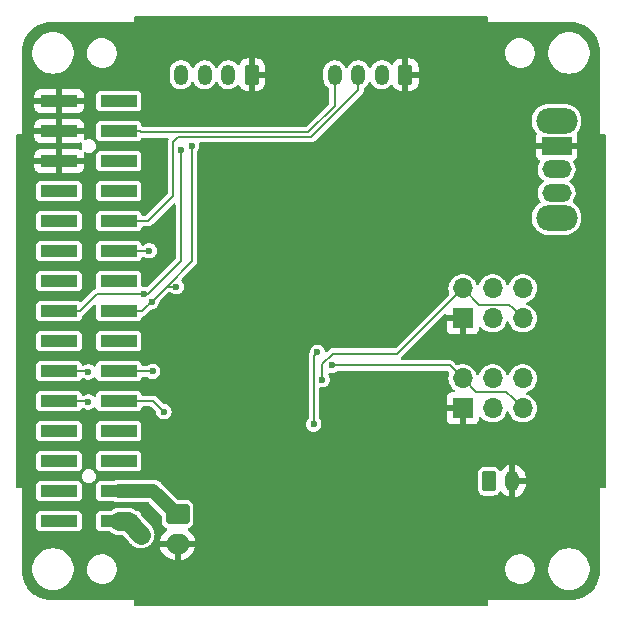
<source format=gbl>
G04 #@! TF.GenerationSoftware,KiCad,Pcbnew,7.0.6*
G04 #@! TF.CreationDate,2023-07-11T17:34:17+08:00*
G04 #@! TF.ProjectId,m5-pantilt,6d352d70-616e-4746-996c-742e6b696361,1*
G04 #@! TF.SameCoordinates,PX5f5e100PY5f5e100*
G04 #@! TF.FileFunction,Copper,L2,Bot*
G04 #@! TF.FilePolarity,Positive*
%FSLAX46Y46*%
G04 Gerber Fmt 4.6, Leading zero omitted, Abs format (unit mm)*
G04 Created by KiCad (PCBNEW 7.0.6) date 2023-07-11 17:34:17*
%MOMM*%
%LPD*%
G01*
G04 APERTURE LIST*
G04 Aperture macros list*
%AMRoundRect*
0 Rectangle with rounded corners*
0 $1 Rounding radius*
0 $2 $3 $4 $5 $6 $7 $8 $9 X,Y pos of 4 corners*
0 Add a 4 corners polygon primitive as box body*
4,1,4,$2,$3,$4,$5,$6,$7,$8,$9,$2,$3,0*
0 Add four circle primitives for the rounded corners*
1,1,$1+$1,$2,$3*
1,1,$1+$1,$4,$5*
1,1,$1+$1,$6,$7*
1,1,$1+$1,$8,$9*
0 Add four rect primitives between the rounded corners*
20,1,$1+$1,$2,$3,$4,$5,0*
20,1,$1+$1,$4,$5,$6,$7,0*
20,1,$1+$1,$6,$7,$8,$9,0*
20,1,$1+$1,$8,$9,$2,$3,0*%
G04 Aperture macros list end*
G04 #@! TA.AperFunction,ComponentPad*
%ADD10R,1.700000X1.700000*%
G04 #@! TD*
G04 #@! TA.AperFunction,ComponentPad*
%ADD11O,1.700000X1.700000*%
G04 #@! TD*
G04 #@! TA.AperFunction,ComponentPad*
%ADD12RoundRect,0.250000X0.350000X0.625000X-0.350000X0.625000X-0.350000X-0.625000X0.350000X-0.625000X0*%
G04 #@! TD*
G04 #@! TA.AperFunction,ComponentPad*
%ADD13O,1.200000X1.750000*%
G04 #@! TD*
G04 #@! TA.AperFunction,ComponentPad*
%ADD14RoundRect,0.250000X-0.350000X-0.625000X0.350000X-0.625000X0.350000X0.625000X-0.350000X0.625000X0*%
G04 #@! TD*
G04 #@! TA.AperFunction,ComponentPad*
%ADD15RoundRect,0.250000X-0.750000X0.600000X-0.750000X-0.600000X0.750000X-0.600000X0.750000X0.600000X0*%
G04 #@! TD*
G04 #@! TA.AperFunction,ComponentPad*
%ADD16O,2.000000X1.700000*%
G04 #@! TD*
G04 #@! TA.AperFunction,SMDPad,CuDef*
%ADD17R,3.150000X1.000000*%
G04 #@! TD*
G04 #@! TA.AperFunction,ComponentPad*
%ADD18O,3.500000X2.200000*%
G04 #@! TD*
G04 #@! TA.AperFunction,ComponentPad*
%ADD19R,2.500000X1.500000*%
G04 #@! TD*
G04 #@! TA.AperFunction,ComponentPad*
%ADD20O,2.500000X1.500000*%
G04 #@! TD*
G04 #@! TA.AperFunction,ViaPad*
%ADD21C,0.600000*%
G04 #@! TD*
G04 #@! TA.AperFunction,Conductor*
%ADD22C,1.200000*%
G04 #@! TD*
G04 #@! TA.AperFunction,Conductor*
%ADD23C,0.200000*%
G04 #@! TD*
G04 #@! TA.AperFunction,Conductor*
%ADD24C,1.600000*%
G04 #@! TD*
G04 APERTURE END LIST*
D10*
X37846000Y16764000D03*
D11*
X37846000Y19304000D03*
X40386000Y16764000D03*
X40386000Y19304000D03*
X42926000Y16764000D03*
X42926000Y19304000D03*
D10*
X37846000Y24384000D03*
D11*
X37846000Y26924000D03*
X40386000Y24384000D03*
X40386000Y26924000D03*
X42926000Y24384000D03*
X42926000Y26924000D03*
D12*
X33000000Y45000000D03*
D13*
X31000000Y45000000D03*
X29000000Y45000000D03*
X27000000Y45000000D03*
D14*
X40060000Y10600000D03*
D13*
X42060000Y10600000D03*
D12*
X20000000Y45000000D03*
D13*
X18000000Y45000000D03*
X16000000Y45000000D03*
X14000000Y45000000D03*
D15*
X13700000Y7800000D03*
D16*
X13700000Y5300000D03*
D17*
X8725000Y42780000D03*
X3675000Y42780000D03*
X8725000Y40240000D03*
X3675000Y40240000D03*
X8725000Y37700000D03*
X3675000Y37700000D03*
X8725000Y35160000D03*
X3675000Y35160000D03*
X8725000Y32620000D03*
X3675000Y32620000D03*
X8725000Y30080000D03*
X3675000Y30080000D03*
X8725000Y27540000D03*
X3675000Y27540000D03*
X8725000Y25000000D03*
X3675000Y25000000D03*
X8725000Y22460000D03*
X3675000Y22460000D03*
X8725000Y19920000D03*
X3675000Y19920000D03*
X8725000Y17380000D03*
X3675000Y17380000D03*
X8725000Y14840000D03*
X3675000Y14840000D03*
X8725000Y12300000D03*
X3675000Y12300000D03*
X8725000Y9760000D03*
X3675000Y9760000D03*
X8725000Y7220000D03*
X3675000Y7220000D03*
D18*
X45800000Y41100000D03*
X45800000Y32900000D03*
D19*
X45800000Y39000000D03*
D20*
X45800000Y37000000D03*
X45800000Y35000000D03*
D21*
X46228000Y16764000D03*
X15600000Y7200000D03*
X12000000Y7500000D03*
X24700000Y25600000D03*
X35900000Y15200000D03*
X36000000Y1000000D03*
X21600000Y30400000D03*
X7823200Y10998200D03*
X21000000Y25095200D03*
X18387800Y23521800D03*
X21234400Y21640800D03*
X1000000Y39000000D03*
X29921200Y6299200D03*
X6150000Y18600000D03*
X11000000Y1000000D03*
X49000000Y37000000D03*
X17500000Y34400000D03*
X16350000Y43300000D03*
X39725600Y12242800D03*
X39344600Y8915400D03*
X49000000Y11000000D03*
X25750000Y12500000D03*
X32100000Y43250000D03*
X31000000Y1000000D03*
X42700000Y22800000D03*
X30429200Y28676600D03*
X14000000Y49000000D03*
X43332400Y37846000D03*
X19200000Y41300000D03*
X24000000Y49000000D03*
X6248400Y24434800D03*
X18338800Y28702000D03*
X29000000Y49000000D03*
X36050000Y23850000D03*
X19000000Y49000000D03*
X37795200Y6934200D03*
X42000000Y1500000D03*
X11150000Y38050000D03*
X33700000Y21200000D03*
X27650000Y40500000D03*
X11300000Y15900000D03*
X11328400Y11023600D03*
X1500000Y5000000D03*
X9144000Y33909000D03*
X48500000Y5500000D03*
X1500000Y45000000D03*
X12852400Y20066000D03*
X9400000Y28750000D03*
X39000000Y49000000D03*
X27500000Y18415000D03*
X49000000Y32000000D03*
X10900000Y33650000D03*
X1000000Y29000000D03*
X24900000Y38800000D03*
X12100000Y41500000D03*
X36677600Y12293600D03*
X8000000Y1500000D03*
X13400000Y14100000D03*
X26000000Y1000000D03*
X49000000Y16000000D03*
X9600000Y23700000D03*
X27686000Y31242000D03*
X19650000Y36700000D03*
X27584400Y4114800D03*
X11100000Y27700000D03*
X1000000Y11000000D03*
X9000000Y5400000D03*
X29800000Y43600000D03*
X8000000Y48500000D03*
X9200000Y21400000D03*
X49000000Y21000000D03*
X19200000Y38750000D03*
X30400000Y19400000D03*
X43840400Y29921200D03*
X25400000Y23650000D03*
X45872400Y11988800D03*
X42000000Y48500000D03*
X21000000Y1000000D03*
X10922000Y35687000D03*
X12065000Y39243000D03*
X30378400Y15290800D03*
X27635200Y35001200D03*
X4622800Y11023600D03*
X30000000Y11850000D03*
X6250000Y12450000D03*
X1000000Y34000000D03*
X27600000Y25950000D03*
X16000000Y1000000D03*
X1000000Y18550000D03*
X25019000Y33782000D03*
X1000000Y14000000D03*
X30276800Y23266400D03*
X34000000Y49000000D03*
X49000000Y26000000D03*
X13100000Y33200000D03*
X23950000Y9400000D03*
X22150000Y23800000D03*
X1000000Y24000000D03*
X25250000Y41950000D03*
X17250000Y28600000D03*
X46228000Y22860000D03*
X7772400Y38938200D03*
X48500000Y44500000D03*
X30276800Y36372800D03*
X27600000Y16200000D03*
X10150000Y5800000D03*
X10900000Y6300000D03*
X11300000Y30100000D03*
X13600000Y27050000D03*
X11499998Y25800000D03*
X14896874Y38970125D03*
X13999996Y38650000D03*
X10887845Y26414586D03*
X26750000Y20400000D03*
X25950000Y19200000D03*
X6150000Y17300000D03*
X12550000Y16478399D03*
X6150000Y19850000D03*
X11600000Y19900000D03*
X25550000Y21500000D03*
X25230813Y15419187D03*
D22*
X8725000Y9760000D02*
X11640000Y9760000D01*
X11640000Y9760000D02*
X13700000Y7700000D01*
D23*
X10608000Y40132000D02*
X10500000Y40240000D01*
X24732000Y40132000D02*
X10608000Y40132000D01*
X27000000Y42400000D02*
X24732000Y40132000D01*
X10500000Y40240000D02*
X8725000Y40240000D01*
X27000000Y45000000D02*
X27000000Y42400000D01*
D24*
X10600000Y6074002D02*
X10600000Y6074002D01*
X10600000Y6074002D02*
X10600000Y6074002D01*
X8737600Y7188200D02*
X9485802Y7188200D01*
X9485802Y7188200D02*
X10600000Y6074002D01*
D23*
X11220000Y32620000D02*
X13350000Y34750000D01*
X13350000Y39334200D02*
X13747789Y39731989D01*
X13350000Y34750000D02*
X13350000Y39334200D01*
X29000000Y43700000D02*
X29000000Y43925000D01*
X25031989Y39731989D02*
X29000000Y43700000D01*
X29000000Y43925000D02*
X29000000Y45000000D01*
X8725000Y32620000D02*
X11220000Y32620000D01*
X13747789Y39731989D02*
X25031989Y39731989D01*
X8725000Y30080000D02*
X11280000Y30080000D01*
X11280000Y30080000D02*
X11300000Y30100000D01*
X12774999Y27075001D02*
X14896874Y29196876D01*
X12774999Y27075001D02*
X13574999Y27075001D01*
X14896874Y38545861D02*
X14896874Y38970125D01*
X11499998Y25800000D02*
X12774999Y27075001D01*
X8725000Y25000000D02*
X10699998Y25000000D01*
X13574999Y27075001D02*
X13600000Y27050000D01*
X14896874Y29196876D02*
X14896874Y38545861D01*
X11199999Y25500001D02*
X11499998Y25800000D01*
X10699998Y25000000D02*
X11199999Y25500001D01*
X10463581Y26414586D02*
X10887845Y26414586D01*
X6864586Y26414586D02*
X10463581Y26414586D01*
X5450000Y25000000D02*
X6864586Y26414586D01*
X11164586Y26414586D02*
X13999996Y29249996D01*
X13999996Y29249996D02*
X13999996Y38225736D01*
X3675000Y25000000D02*
X5450000Y25000000D01*
X10887845Y26414586D02*
X11164586Y26414586D01*
X13999996Y38225736D02*
X13999996Y38650000D01*
X36750000Y20400000D02*
X26750000Y20400000D01*
X42076001Y17613999D02*
X42926000Y16764000D01*
X41536001Y18153999D02*
X42076001Y17613999D01*
X38996001Y18153999D02*
X41536001Y18153999D01*
X37846000Y19304000D02*
X36750000Y20400000D01*
X37846000Y19304000D02*
X38996001Y18153999D01*
X25950000Y19200000D02*
X25950000Y20488002D01*
X32321999Y21399999D02*
X36996001Y26074001D01*
X25950000Y20488002D02*
X26861997Y21399999D01*
X37846000Y26924000D02*
X39235999Y25534001D01*
X41775999Y25534001D02*
X42076001Y25233999D01*
X26861997Y21399999D02*
X32321999Y21399999D01*
X42076001Y25233999D02*
X42926000Y24384000D01*
X39235999Y25534001D02*
X41775999Y25534001D01*
X36996001Y26074001D02*
X37846000Y26924000D01*
X6070000Y17380000D02*
X6150000Y17300000D01*
X3675000Y17380000D02*
X6070000Y17380000D01*
X12550000Y16478399D02*
X11648399Y17380000D01*
X11648399Y17380000D02*
X8725000Y17380000D01*
X6080000Y19920000D02*
X6150000Y19850000D01*
X3675000Y19920000D02*
X6080000Y19920000D01*
X11600000Y19900000D02*
X8745000Y19900000D01*
X8745000Y19900000D02*
X8725000Y19920000D01*
X25250001Y15438375D02*
X25230813Y15419187D01*
X25550000Y21500000D02*
X25250001Y21200001D01*
X25250001Y21200001D02*
X25250001Y15438375D01*
G04 #@! TA.AperFunction,Conductor*
G36*
X39916621Y49954498D02*
G01*
X39963114Y49900842D01*
X39974500Y49848500D01*
X39974500Y49530133D01*
X39972398Y49519565D01*
X39972399Y49500000D01*
X39974500Y49494927D01*
X39980482Y49480483D01*
X40000000Y49472399D01*
X40019575Y49472399D01*
X40030137Y49474500D01*
X46991715Y49474500D01*
X46998097Y49474500D01*
X47001900Y49474386D01*
X47294470Y49456688D01*
X47302012Y49455772D01*
X47588449Y49403281D01*
X47595822Y49401464D01*
X47873837Y49314831D01*
X47880941Y49312136D01*
X48146479Y49192627D01*
X48153216Y49189090D01*
X48402411Y49038448D01*
X48408671Y49034128D01*
X48637899Y48854539D01*
X48643589Y48849498D01*
X48849496Y48643591D01*
X48854538Y48637900D01*
X49016187Y48431570D01*
X49034121Y48408680D01*
X49038447Y48402412D01*
X49189089Y48153217D01*
X49192628Y48146475D01*
X49312131Y47880952D01*
X49314831Y47873833D01*
X49401461Y47595828D01*
X49403283Y47588438D01*
X49421079Y47491328D01*
X49455770Y47302020D01*
X49456688Y47294461D01*
X49474385Y47001903D01*
X49474500Y46998098D01*
X49474500Y40030133D01*
X49472398Y40019565D01*
X49472399Y40000000D01*
X49474500Y39994927D01*
X49480482Y39980483D01*
X49500000Y39972399D01*
X49519575Y39972399D01*
X49530137Y39974500D01*
X49848500Y39974500D01*
X49916621Y39954498D01*
X49963114Y39900842D01*
X49974500Y39848500D01*
X49974500Y10151500D01*
X49954498Y10083379D01*
X49900842Y10036886D01*
X49848500Y10025500D01*
X49530136Y10025500D01*
X49519574Y10027601D01*
X49499999Y10027601D01*
X49494927Y10025500D01*
X49480482Y10019518D01*
X49472399Y10000001D01*
X49472399Y9980425D01*
X49474500Y9969864D01*
X49474500Y3001903D01*
X49474385Y2998098D01*
X49456688Y2705540D01*
X49455770Y2697981D01*
X49403284Y2411567D01*
X49401461Y2404173D01*
X49314831Y2126168D01*
X49312131Y2119049D01*
X49192628Y1853526D01*
X49189089Y1846784D01*
X49038447Y1597589D01*
X49034121Y1591321D01*
X48854538Y1362101D01*
X48849489Y1356402D01*
X48643598Y1150511D01*
X48637899Y1145462D01*
X48408679Y965879D01*
X48402411Y961553D01*
X48153216Y810911D01*
X48146474Y807372D01*
X47880951Y687869D01*
X47873832Y685169D01*
X47595827Y598539D01*
X47588433Y596716D01*
X47302019Y544230D01*
X47294460Y543312D01*
X47039453Y527887D01*
X47001900Y525615D01*
X46998097Y525500D01*
X40030136Y525500D01*
X40019574Y527601D01*
X39999999Y527601D01*
X39994927Y525500D01*
X39980482Y519518D01*
X39972399Y500001D01*
X39972399Y480425D01*
X39974500Y469864D01*
X39974500Y151500D01*
X39954498Y83379D01*
X39900842Y36886D01*
X39848500Y25500D01*
X10151500Y25500D01*
X10083379Y45502D01*
X10036886Y99158D01*
X10025500Y151500D01*
X10025500Y469870D01*
X10027601Y480424D01*
X10027601Y500001D01*
X10019517Y519518D01*
X10005073Y525500D01*
X10000001Y527601D01*
X9980426Y527601D01*
X9969864Y525500D01*
X3001903Y525500D01*
X2998099Y525615D01*
X2953724Y528300D01*
X2705539Y543312D01*
X2697980Y544230D01*
X2515862Y577604D01*
X2411562Y596717D01*
X2404172Y598539D01*
X2126167Y685169D01*
X2119048Y687869D01*
X1853525Y807372D01*
X1846783Y810911D01*
X1597588Y961553D01*
X1591325Y965876D01*
X1362100Y1145462D01*
X1356409Y1150504D01*
X1150502Y1356411D01*
X1145461Y1362101D01*
X1116161Y1399500D01*
X965872Y1591329D01*
X961552Y1597589D01*
X810910Y1846784D01*
X807371Y1853526D01*
X687864Y2119059D01*
X685168Y2126168D01*
X682654Y2134235D01*
X598536Y2404178D01*
X596719Y2411551D01*
X544228Y2697988D01*
X543312Y2705530D01*
X525614Y2998100D01*
X525500Y3001903D01*
X525500Y3008285D01*
X525500Y3018818D01*
X1399500Y3018818D01*
X1405131Y2981462D01*
X1438604Y2759381D01*
X1515933Y2508686D01*
X1515938Y2508673D01*
X1629773Y2272294D01*
X1629777Y2272287D01*
X1777562Y2055528D01*
X1777567Y2055521D01*
X1956019Y1863195D01*
X2161143Y1699614D01*
X2161146Y1699612D01*
X2388352Y1568434D01*
X2388356Y1568433D01*
X2388357Y1568432D01*
X2632584Y1472580D01*
X2888370Y1414198D01*
X3040409Y1402805D01*
X3084503Y1399500D01*
X3084506Y1399500D01*
X3215497Y1399500D01*
X3256516Y1402575D01*
X3411630Y1414198D01*
X3667416Y1472580D01*
X3911643Y1568432D01*
X3911645Y1568434D01*
X3911647Y1568434D01*
X4124067Y1691075D01*
X4138857Y1699614D01*
X4343981Y1863195D01*
X4522433Y2055521D01*
X4670228Y2272296D01*
X4784063Y2508677D01*
X4784066Y2508686D01*
X4861395Y2759381D01*
X4861792Y2762014D01*
X4900500Y3018818D01*
X4900500Y3093670D01*
X6045710Y3093670D01*
X6058656Y2998098D01*
X6075925Y2870610D01*
X6145484Y2656533D01*
X6252144Y2458325D01*
X6252148Y2458318D01*
X6292425Y2407813D01*
X6392492Y2282334D01*
X6562004Y2134235D01*
X6755236Y2018785D01*
X6965976Y1939693D01*
X6965978Y1939693D01*
X6965980Y1939692D01*
X7099229Y1915511D01*
X7187453Y1899500D01*
X7187454Y1899500D01*
X7356149Y1899500D01*
X7356155Y1899500D01*
X7513759Y1913685D01*
X7524189Y1914623D01*
X7524189Y1914624D01*
X7699507Y1963009D01*
X7741167Y1974506D01*
X7741167Y1974507D01*
X7741170Y1974507D01*
X7943973Y2072171D01*
X8126078Y2204478D01*
X8281632Y2367175D01*
X8405635Y2555032D01*
X8494103Y2762012D01*
X8544191Y2981463D01*
X8549230Y3093670D01*
X41445710Y3093670D01*
X41458656Y2998098D01*
X41475925Y2870610D01*
X41545484Y2656533D01*
X41652144Y2458325D01*
X41652148Y2458318D01*
X41692425Y2407813D01*
X41792492Y2282334D01*
X41962004Y2134235D01*
X42155236Y2018785D01*
X42365976Y1939693D01*
X42365978Y1939693D01*
X42365980Y1939692D01*
X42499229Y1915511D01*
X42587453Y1899500D01*
X42587454Y1899500D01*
X42756149Y1899500D01*
X42756155Y1899500D01*
X42913759Y1913685D01*
X42924189Y1914623D01*
X42924189Y1914624D01*
X43099507Y1963009D01*
X43141167Y1974506D01*
X43141167Y1974507D01*
X43141170Y1974507D01*
X43343973Y2072171D01*
X43526078Y2204478D01*
X43681632Y2367175D01*
X43805635Y2555032D01*
X43894103Y2762012D01*
X43944191Y2981463D01*
X43945869Y3018818D01*
X45099500Y3018818D01*
X45105131Y2981462D01*
X45138604Y2759381D01*
X45215933Y2508686D01*
X45215938Y2508673D01*
X45329773Y2272294D01*
X45329777Y2272287D01*
X45477562Y2055528D01*
X45477567Y2055521D01*
X45656019Y1863195D01*
X45861143Y1699614D01*
X45861146Y1699612D01*
X46088352Y1568434D01*
X46088356Y1568433D01*
X46088357Y1568432D01*
X46332584Y1472580D01*
X46588370Y1414198D01*
X46740408Y1402805D01*
X46784503Y1399500D01*
X46784506Y1399500D01*
X46915497Y1399500D01*
X46956516Y1402575D01*
X47111630Y1414198D01*
X47367416Y1472580D01*
X47611643Y1568432D01*
X47611645Y1568434D01*
X47611647Y1568434D01*
X47824067Y1691075D01*
X47838857Y1699614D01*
X48043981Y1863195D01*
X48222433Y2055521D01*
X48370228Y2272296D01*
X48484063Y2508677D01*
X48484066Y2508686D01*
X48561395Y2759381D01*
X48561792Y2762014D01*
X48600500Y3018818D01*
X48600500Y3281182D01*
X48561396Y3540615D01*
X48561395Y3540617D01*
X48561395Y3540620D01*
X48484066Y3791315D01*
X48484061Y3791328D01*
X48409602Y3945943D01*
X48370228Y4027704D01*
X48370226Y4027707D01*
X48370222Y4027714D01*
X48222437Y4244473D01*
X48222433Y4244479D01*
X48043981Y4436805D01*
X47838857Y4600386D01*
X47838852Y4600389D01*
X47838853Y4600389D01*
X47611647Y4731567D01*
X47611639Y4731570D01*
X47367419Y4827419D01*
X47367417Y4827420D01*
X47111632Y4885802D01*
X46915497Y4900500D01*
X46915494Y4900500D01*
X46784506Y4900500D01*
X46784503Y4900500D01*
X46588367Y4885802D01*
X46332582Y4827420D01*
X46332580Y4827419D01*
X46088360Y4731570D01*
X46088352Y4731567D01*
X45861146Y4600389D01*
X45656018Y4436805D01*
X45477566Y4244478D01*
X45477562Y4244473D01*
X45329777Y4027714D01*
X45329773Y4027707D01*
X45215938Y3791328D01*
X45215933Y3791315D01*
X45138604Y3540620D01*
X45121839Y3429391D01*
X45099500Y3281182D01*
X45099500Y3018818D01*
X43945869Y3018818D01*
X43954290Y3206330D01*
X43924075Y3429387D01*
X43854517Y3643464D01*
X43799897Y3744965D01*
X43747855Y3841676D01*
X43747851Y3841683D01*
X43607506Y4017668D01*
X43501643Y4110158D01*
X43437996Y4165765D01*
X43244764Y4281215D01*
X43034024Y4360307D01*
X43034019Y4360309D01*
X42844091Y4394776D01*
X42812547Y4400500D01*
X42643845Y4400500D01*
X42612558Y4397685D01*
X42475810Y4385378D01*
X42475810Y4385377D01*
X42258832Y4325495D01*
X42056031Y4227832D01*
X42056023Y4227827D01*
X41873921Y4095522D01*
X41873920Y4095521D01*
X41718369Y3932828D01*
X41594367Y3744973D01*
X41594363Y3744965D01*
X41505897Y3537989D01*
X41505896Y3537987D01*
X41455809Y3318539D01*
X41455809Y3318537D01*
X41450770Y3206327D01*
X41445710Y3093670D01*
X8549230Y3093670D01*
X8554290Y3206330D01*
X8524075Y3429387D01*
X8454517Y3643464D01*
X8399897Y3744965D01*
X8347855Y3841676D01*
X8347851Y3841683D01*
X8207506Y4017668D01*
X8101643Y4110158D01*
X8037996Y4165765D01*
X7844764Y4281215D01*
X7634024Y4360307D01*
X7634019Y4360309D01*
X7444091Y4394776D01*
X7412547Y4400500D01*
X7243845Y4400500D01*
X7212558Y4397685D01*
X7075810Y4385378D01*
X7075810Y4385377D01*
X6858832Y4325495D01*
X6656031Y4227832D01*
X6656023Y4227827D01*
X6473921Y4095522D01*
X6473920Y4095521D01*
X6318369Y3932828D01*
X6194367Y3744973D01*
X6194363Y3744965D01*
X6105897Y3537989D01*
X6105896Y3537987D01*
X6055809Y3318539D01*
X6055809Y3318537D01*
X6050770Y3206327D01*
X6045710Y3093670D01*
X4900500Y3093670D01*
X4900500Y3281182D01*
X4861396Y3540615D01*
X4861395Y3540617D01*
X4861395Y3540620D01*
X4784066Y3791315D01*
X4784061Y3791328D01*
X4709602Y3945943D01*
X4670228Y4027704D01*
X4670226Y4027707D01*
X4670222Y4027714D01*
X4522437Y4244473D01*
X4522433Y4244479D01*
X4343981Y4436805D01*
X4138857Y4600386D01*
X4138852Y4600389D01*
X4138853Y4600389D01*
X3911647Y4731567D01*
X3911639Y4731570D01*
X3667419Y4827419D01*
X3667417Y4827420D01*
X3411632Y4885802D01*
X3215497Y4900500D01*
X3215494Y4900500D01*
X3084506Y4900500D01*
X3084503Y4900500D01*
X2888367Y4885802D01*
X2632582Y4827420D01*
X2632580Y4827419D01*
X2388360Y4731570D01*
X2388352Y4731567D01*
X2161146Y4600389D01*
X1956018Y4436805D01*
X1777566Y4244478D01*
X1777562Y4244473D01*
X1629777Y4027714D01*
X1629773Y4027707D01*
X1515938Y3791328D01*
X1515933Y3791315D01*
X1438604Y3540620D01*
X1421839Y3429391D01*
X1399500Y3281182D01*
X1399500Y3018818D01*
X525500Y3018818D01*
X525499Y6686739D01*
X1749500Y6686739D01*
X1759427Y6618606D01*
X1810801Y6513518D01*
X1810803Y6513515D01*
X1893514Y6430804D01*
X1893517Y6430802D01*
X1998607Y6379427D01*
X2066740Y6369500D01*
X2066745Y6369500D01*
X5283255Y6369500D01*
X5283260Y6369500D01*
X5351393Y6379427D01*
X5456483Y6430802D01*
X5539198Y6513517D01*
X5590573Y6618607D01*
X5600500Y6686739D01*
X6799500Y6686739D01*
X6809427Y6618606D01*
X6860801Y6513518D01*
X6860803Y6513515D01*
X6943514Y6430804D01*
X6943517Y6430802D01*
X7048607Y6379427D01*
X7116740Y6369500D01*
X7871799Y6369500D01*
X7939920Y6349498D01*
X7956686Y6336614D01*
X7959186Y6334336D01*
X7959193Y6334328D01*
X8129345Y6205834D01*
X8320211Y6110795D01*
X8525290Y6052444D01*
X8684406Y6037700D01*
X8957058Y6037700D01*
X9025179Y6017698D01*
X9046153Y6000796D01*
X9602478Y5444472D01*
X9617079Y5426952D01*
X9659516Y5365471D01*
X9659518Y5365469D01*
X9777760Y5260717D01*
X9784029Y5256390D01*
X9783057Y5254982D01*
X9805791Y5237464D01*
X9821591Y5220132D01*
X9821596Y5220127D01*
X9884284Y5172787D01*
X9886567Y5170979D01*
X9947024Y5120775D01*
X9947027Y5120774D01*
X9966575Y5109886D01*
X9973893Y5105118D01*
X9991745Y5091636D01*
X10062093Y5056608D01*
X10064644Y5055262D01*
X10091303Y5040414D01*
X10133298Y5017023D01*
X10133301Y5017022D01*
X10154510Y5009914D01*
X10162573Y5006575D01*
X10182611Y4996597D01*
X10182614Y4996597D01*
X10182617Y4996595D01*
X10258170Y4975099D01*
X10260951Y4974238D01*
X10335464Y4949263D01*
X10357629Y4946172D01*
X10366169Y4944370D01*
X10387690Y4938246D01*
X10451118Y4932369D01*
X10465933Y4930996D01*
X10468806Y4930664D01*
X10546638Y4919806D01*
X10609878Y4922730D01*
X10625139Y4923435D01*
X10628049Y4923502D01*
X10653185Y4923502D01*
X10653194Y4923502D01*
X10678259Y4925826D01*
X10681133Y4926024D01*
X10749906Y4929204D01*
X10759629Y4929653D01*
X10781419Y4934779D01*
X10790009Y4936181D01*
X10812310Y4938246D01*
X10887928Y4959763D01*
X10890665Y4960473D01*
X10967186Y4978469D01*
X10987666Y4987513D01*
X10995869Y4990475D01*
X11017389Y4996597D01*
X11087749Y5031633D01*
X11090309Y5032836D01*
X11162237Y5064594D01*
X11180694Y5077239D01*
X11188219Y5081661D01*
X11208255Y5091636D01*
X11226104Y5105115D01*
X11270956Y5138987D01*
X11273321Y5140689D01*
X11317540Y5170979D01*
X11338142Y5185091D01*
X11353969Y5200920D01*
X11360548Y5206645D01*
X11378407Y5220130D01*
X11431337Y5278192D01*
X11433326Y5280277D01*
X11488911Y5335860D01*
X11501561Y5354330D01*
X11506968Y5361156D01*
X11522052Y5377700D01*
X11563439Y5444544D01*
X11564996Y5446934D01*
X11609408Y5511765D01*
X11618446Y5532237D01*
X11622511Y5539948D01*
X11634298Y5558983D01*
X11662689Y5632274D01*
X11663779Y5634906D01*
X11695533Y5706816D01*
X11700656Y5728605D01*
X11703241Y5736948D01*
X11703993Y5738890D01*
X11711321Y5757804D01*
X11725759Y5835048D01*
X11726351Y5837854D01*
X11744349Y5914373D01*
X11745381Y5936725D01*
X11746388Y5945398D01*
X11750500Y5967392D01*
X11750500Y6045955D01*
X11750567Y6048865D01*
X11754196Y6127365D01*
X11754195Y6127366D01*
X11751105Y6149527D01*
X11750500Y6158241D01*
X11750500Y6180608D01*
X11750500Y6180612D01*
X11736060Y6257855D01*
X11735598Y6260689D01*
X11724739Y6338538D01*
X11717623Y6359768D01*
X11715435Y6368190D01*
X11711321Y6390200D01*
X11682925Y6463499D01*
X11681959Y6466173D01*
X11656979Y6540704D01*
X11646087Y6560260D01*
X11642385Y6568147D01*
X11634298Y6589021D01*
X11605886Y6634908D01*
X11592936Y6655823D01*
X11591460Y6658333D01*
X11553227Y6726977D01*
X11553226Y6726978D01*
X11553226Y6726979D01*
X11538931Y6744193D01*
X11533829Y6751284D01*
X11522054Y6770300D01*
X11522052Y6770304D01*
X11520762Y6771719D01*
X11469114Y6828374D01*
X11467204Y6830569D01*
X11451148Y6849905D01*
X11451141Y6849913D01*
X11451140Y6849914D01*
X11433345Y6867709D01*
X11431356Y6869792D01*
X11378412Y6927869D01*
X11378410Y6927871D01*
X11378409Y6927872D01*
X11378407Y6927874D01*
X11368298Y6935508D01*
X11360547Y6941362D01*
X11353959Y6947095D01*
X10687404Y7613651D01*
X10653379Y7675963D01*
X10650500Y7702746D01*
X10650500Y7753256D01*
X10650500Y7753260D01*
X10640573Y7821393D01*
X10589198Y7926483D01*
X10589196Y7926486D01*
X10506485Y8009197D01*
X10506482Y8009199D01*
X10401394Y8060573D01*
X10333261Y8070500D01*
X10333260Y8070500D01*
X10269685Y8070500D01*
X10201564Y8090502D01*
X10189194Y8099561D01*
X10138777Y8141427D01*
X10119225Y8152317D01*
X10111911Y8157083D01*
X10094057Y8170566D01*
X10094055Y8170567D01*
X10094054Y8170568D01*
X10023712Y8205594D01*
X10021138Y8206951D01*
X9952504Y8245179D01*
X9952500Y8245181D01*
X9931288Y8252290D01*
X9923228Y8255628D01*
X9903191Y8265605D01*
X9903188Y8265606D01*
X9903186Y8265607D01*
X9856886Y8278781D01*
X9827601Y8287113D01*
X9824857Y8287963D01*
X9750338Y8312939D01*
X9728176Y8316031D01*
X9719629Y8317834D01*
X9698110Y8323957D01*
X9619881Y8331206D01*
X9616991Y8331541D01*
X9539167Y8342396D01*
X9539163Y8342396D01*
X9460663Y8338767D01*
X9457753Y8338700D01*
X8684406Y8338700D01*
X8560649Y8327233D01*
X8525288Y8323956D01*
X8320215Y8265607D01*
X8129341Y8170564D01*
X8030538Y8095950D01*
X7964123Y8070860D01*
X7954606Y8070500D01*
X7116738Y8070500D01*
X7048605Y8060573D01*
X6943517Y8009199D01*
X6943514Y8009197D01*
X6860803Y7926486D01*
X6860801Y7926483D01*
X6809427Y7821395D01*
X6799500Y7753262D01*
X6799500Y6686739D01*
X5600500Y6686739D01*
X5600500Y6686740D01*
X5600500Y7753260D01*
X5590573Y7821393D01*
X5539198Y7926483D01*
X5539196Y7926486D01*
X5456485Y8009197D01*
X5456482Y8009199D01*
X5351394Y8060573D01*
X5283261Y8070500D01*
X5283260Y8070500D01*
X2066740Y8070500D01*
X2066738Y8070500D01*
X1998605Y8060573D01*
X1893517Y8009199D01*
X1893514Y8009197D01*
X1810803Y7926486D01*
X1810801Y7926483D01*
X1759427Y7821395D01*
X1749500Y7753262D01*
X1749500Y6686739D01*
X525499Y6686739D01*
X525499Y9226739D01*
X1749500Y9226739D01*
X1759427Y9158606D01*
X1810801Y9053518D01*
X1810803Y9053515D01*
X1893514Y8970804D01*
X1893517Y8970802D01*
X1998607Y8919427D01*
X2066740Y8909500D01*
X2066745Y8909500D01*
X5283255Y8909500D01*
X5283260Y8909500D01*
X5351393Y8919427D01*
X5456483Y8970802D01*
X5539198Y9053517D01*
X5590573Y9158607D01*
X5600500Y9226739D01*
X6799500Y9226739D01*
X6809427Y9158606D01*
X6860801Y9053518D01*
X6860803Y9053515D01*
X6943514Y8970804D01*
X6943517Y8970802D01*
X7048607Y8919427D01*
X7116740Y8909500D01*
X8270744Y8909500D01*
X8320433Y8899289D01*
X8438988Y8848413D01*
X8628344Y8809500D01*
X11194100Y8809500D01*
X11262221Y8789498D01*
X11283195Y8772595D01*
X12312595Y7743195D01*
X12346621Y7680883D01*
X12349500Y7654100D01*
X12349500Y7160641D01*
X12349501Y7160632D01*
X12361864Y7066719D01*
X12364956Y7043238D01*
X12425464Y6897159D01*
X12521718Y6771718D01*
X12647159Y6675464D01*
X12748703Y6633403D01*
X12803982Y6588857D01*
X12826403Y6521494D01*
X12808845Y6452702D01*
X12771041Y6412605D01*
X12693797Y6360397D01*
X12693786Y6360388D01*
X12526903Y6200444D01*
X12526897Y6200436D01*
X12389443Y6014587D01*
X12285369Y5808166D01*
X12217679Y5587136D01*
X12213437Y5554000D01*
X13268884Y5554000D01*
X13240507Y5509844D01*
X13200000Y5371889D01*
X13200000Y5228111D01*
X13240507Y5090156D01*
X13268884Y5046000D01*
X12215561Y5046000D01*
X12246831Y4900907D01*
X12333022Y4686413D01*
X12454227Y4489565D01*
X12606951Y4316039D01*
X12606954Y4316036D01*
X12786800Y4170820D01*
X12988617Y4058078D01*
X13206570Y3981069D01*
X13434420Y3942000D01*
X13446000Y3942000D01*
X13446000Y4866326D01*
X13557685Y4815320D01*
X13664237Y4800000D01*
X13735763Y4800000D01*
X13842315Y4815320D01*
X13954000Y4866326D01*
X13954000Y3945943D01*
X14080331Y3956694D01*
X14080338Y3956696D01*
X14304033Y4014941D01*
X14514678Y4110158D01*
X14514684Y4110161D01*
X14706205Y4239607D01*
X14706213Y4239613D01*
X14873096Y4399557D01*
X14873102Y4399565D01*
X15010556Y4585414D01*
X15114630Y4791835D01*
X15182320Y5012865D01*
X15186563Y5046000D01*
X14131116Y5046000D01*
X14159493Y5090156D01*
X14200000Y5228111D01*
X14200000Y5371889D01*
X14159493Y5509844D01*
X14131116Y5554000D01*
X15184439Y5554000D01*
X15153168Y5699094D01*
X15066977Y5913588D01*
X14945772Y6110436D01*
X14793050Y6283960D01*
X14623990Y6420466D01*
X14583556Y6478823D01*
X14581090Y6549777D01*
X14617376Y6610800D01*
X14654923Y6634906D01*
X14752841Y6675464D01*
X14878282Y6771718D01*
X14974536Y6897159D01*
X15035044Y7043238D01*
X15050500Y7160639D01*
X15050499Y8439360D01*
X15035044Y8556762D01*
X14974536Y8702841D01*
X14878282Y8828282D01*
X14752841Y8924536D01*
X14641146Y8970802D01*
X14606760Y8985045D01*
X14489363Y9000500D01*
X14489361Y9000500D01*
X13795900Y9000500D01*
X13727779Y9020502D01*
X13706805Y9037405D01*
X12808569Y9935641D01*
X39109500Y9935641D01*
X39109501Y9935632D01*
X39121864Y9841719D01*
X39124956Y9818238D01*
X39185464Y9672159D01*
X39281718Y9546718D01*
X39407159Y9450464D01*
X39553238Y9389956D01*
X39670639Y9374500D01*
X40449360Y9374501D01*
X40566762Y9389956D01*
X40712841Y9450464D01*
X40838282Y9546718D01*
X40934536Y9672159D01*
X40934537Y9672163D01*
X40938518Y9679058D01*
X40989896Y9728056D01*
X41059609Y9741497D01*
X41125522Y9715116D01*
X41146685Y9693955D01*
X41254455Y9556915D01*
X41254460Y9556909D01*
X41414374Y9418344D01*
X41414375Y9418343D01*
X41597622Y9312546D01*
X41597631Y9312542D01*
X41797584Y9243338D01*
X41797590Y9243336D01*
X41806000Y9242127D01*
X41806000Y10322497D01*
X41879052Y10265637D01*
X41997424Y10225000D01*
X42091073Y10225000D01*
X42183446Y10240414D01*
X42293514Y10299981D01*
X42314000Y10322235D01*
X42314000Y9246481D01*
X42424038Y9273176D01*
X42424045Y9273178D01*
X42616515Y9361078D01*
X42616519Y9361080D01*
X42788887Y9483822D01*
X42788888Y9483823D01*
X42934909Y9636965D01*
X42934910Y9636966D01*
X43049308Y9814976D01*
X43049311Y9814981D01*
X43127952Y10011415D01*
X43127953Y10011421D01*
X43167999Y10219195D01*
X43168000Y10219204D01*
X43168000Y10346000D01*
X42335878Y10346000D01*
X42378278Y10392059D01*
X42428551Y10506670D01*
X42438886Y10631395D01*
X42408163Y10752719D01*
X42341992Y10854000D01*
X43168000Y10854000D01*
X43168000Y10927780D01*
X43167998Y10927801D01*
X43152927Y11085634D01*
X43152924Y11085649D01*
X43093310Y11288678D01*
X42996349Y11476755D01*
X42865544Y11643086D01*
X42865539Y11643092D01*
X42705625Y11781657D01*
X42705624Y11781658D01*
X42522377Y11887455D01*
X42522368Y11887459D01*
X42322413Y11956664D01*
X42322405Y11956666D01*
X42314000Y11957876D01*
X42314000Y10877504D01*
X42240948Y10934363D01*
X42122576Y10975000D01*
X42028927Y10975000D01*
X41936554Y10959586D01*
X41826486Y10900019D01*
X41806000Y10877766D01*
X41806000Y11953521D01*
X41695961Y11926825D01*
X41695952Y11926822D01*
X41503484Y11838923D01*
X41503480Y11838921D01*
X41331112Y11716179D01*
X41331111Y11716178D01*
X41185091Y11563037D01*
X41154097Y11514808D01*
X41100441Y11468315D01*
X41030167Y11458211D01*
X40965587Y11487705D01*
X40940873Y11521968D01*
X40938663Y11520691D01*
X40934536Y11527840D01*
X40934536Y11527841D01*
X40838282Y11653282D01*
X40712841Y11749536D01*
X40671310Y11766739D01*
X40566760Y11810045D01*
X40490332Y11820107D01*
X40449361Y11825500D01*
X40449358Y11825500D01*
X39670640Y11825500D01*
X39670631Y11825499D01*
X39564978Y11811590D01*
X39553238Y11810044D01*
X39407160Y11749537D01*
X39407157Y11749535D01*
X39281718Y11653282D01*
X39185465Y11527843D01*
X39185463Y11527840D01*
X39124955Y11381761D01*
X39109500Y11264364D01*
X39109500Y9935641D01*
X12808569Y9935641D01*
X12320627Y10423583D01*
X12262328Y10484915D01*
X12262324Y10484918D01*
X12214617Y10518125D01*
X12210795Y10521007D01*
X12165753Y10557733D01*
X12165746Y10557738D01*
X12137057Y10572723D01*
X12130229Y10576859D01*
X12103657Y10595354D01*
X12103654Y10595355D01*
X12050244Y10618276D01*
X12045919Y10620330D01*
X11994414Y10647233D01*
X11994412Y10647234D01*
X11994406Y10647237D01*
X11975238Y10652722D01*
X11963283Y10656143D01*
X11955765Y10658820D01*
X11926014Y10671587D01*
X11926011Y10671588D01*
X11869082Y10683288D01*
X11864434Y10684428D01*
X11808554Y10700417D01*
X11808547Y10700418D01*
X11776270Y10702876D01*
X11768367Y10703984D01*
X11748754Y10708014D01*
X11736656Y10710500D01*
X11736654Y10710500D01*
X11678533Y10710500D01*
X11673751Y10710682D01*
X11635656Y10713583D01*
X11615798Y10715095D01*
X11615790Y10715095D01*
X11596816Y10712678D01*
X11583678Y10711005D01*
X11575720Y10710500D01*
X8676794Y10710500D01*
X8676793Y10710500D01*
X8676775Y10710499D01*
X8532683Y10695846D01*
X8532680Y10695846D01*
X8532679Y10695845D01*
X8496291Y10684428D01*
X8348233Y10637975D01*
X8327257Y10626332D01*
X8266109Y10610500D01*
X7116738Y10610500D01*
X7048605Y10600573D01*
X6943517Y10549199D01*
X6943514Y10549197D01*
X6860803Y10466486D01*
X6860801Y10466483D01*
X6809427Y10361395D01*
X6799500Y10293262D01*
X6799500Y9226739D01*
X5600500Y9226739D01*
X5600500Y9226740D01*
X5600500Y10293260D01*
X5590573Y10361393D01*
X5539198Y10466483D01*
X5539196Y10466486D01*
X5456485Y10549197D01*
X5456482Y10549199D01*
X5351394Y10600573D01*
X5283261Y10610500D01*
X5283260Y10610500D01*
X2066740Y10610500D01*
X2066738Y10610500D01*
X1998605Y10600573D01*
X1893517Y10549199D01*
X1893514Y10549197D01*
X1810803Y10466486D01*
X1810801Y10466483D01*
X1759427Y10361395D01*
X1749500Y10293262D01*
X1749500Y9226739D01*
X525499Y9226739D01*
X525499Y9969852D01*
X527599Y9980406D01*
X527601Y9999999D01*
X527601Y10000000D01*
X519517Y10019517D01*
X519516Y10019518D01*
X505073Y10025500D01*
X500001Y10027601D01*
X480426Y10027601D01*
X469864Y10025500D01*
X151500Y10025500D01*
X83379Y10045502D01*
X36886Y10099158D01*
X25500Y10151500D01*
X25500Y11023600D01*
X5619534Y11023600D01*
X5639312Y10873366D01*
X5697301Y10733369D01*
X5697306Y10733361D01*
X5789548Y10613149D01*
X5872892Y10549197D01*
X5909767Y10520902D01*
X6049764Y10462913D01*
X6200000Y10443134D01*
X6350236Y10462913D01*
X6490233Y10520902D01*
X6610451Y10613149D01*
X6702698Y10733367D01*
X6760687Y10873364D01*
X6780466Y11023600D01*
X6760687Y11173836D01*
X6702698Y11313833D01*
X6650575Y11381761D01*
X6610451Y11434052D01*
X6490239Y11526294D01*
X6490231Y11526299D01*
X6350234Y11584288D01*
X6200000Y11604066D01*
X6049765Y11584288D01*
X5909768Y11526299D01*
X5909760Y11526294D01*
X5789548Y11434052D01*
X5697306Y11313840D01*
X5697301Y11313832D01*
X5639312Y11173835D01*
X5619534Y11023601D01*
X5619534Y11023600D01*
X25500Y11023600D01*
X25500Y11766739D01*
X1749500Y11766739D01*
X1759427Y11698606D01*
X1810801Y11593518D01*
X1810803Y11593515D01*
X1893514Y11510804D01*
X1893517Y11510802D01*
X1998607Y11459427D01*
X2066740Y11449500D01*
X2066745Y11449500D01*
X5283255Y11449500D01*
X5283260Y11449500D01*
X5351393Y11459427D01*
X5456483Y11510802D01*
X5539198Y11593517D01*
X5590573Y11698607D01*
X5600500Y11766739D01*
X6799500Y11766739D01*
X6809427Y11698606D01*
X6860801Y11593518D01*
X6860803Y11593515D01*
X6943514Y11510804D01*
X6943517Y11510802D01*
X7048607Y11459427D01*
X7116740Y11449500D01*
X7116745Y11449500D01*
X10333255Y11449500D01*
X10333260Y11449500D01*
X10401393Y11459427D01*
X10506483Y11510802D01*
X10589198Y11593517D01*
X10640573Y11698607D01*
X10650500Y11766740D01*
X10650500Y12833260D01*
X10640573Y12901393D01*
X10589198Y13006483D01*
X10589196Y13006486D01*
X10506485Y13089197D01*
X10506482Y13089199D01*
X10401394Y13140573D01*
X10333261Y13150500D01*
X10333260Y13150500D01*
X7116740Y13150500D01*
X7116738Y13150500D01*
X7048605Y13140573D01*
X6943517Y13089199D01*
X6943514Y13089197D01*
X6860803Y13006486D01*
X6860801Y13006483D01*
X6809427Y12901395D01*
X6799500Y12833262D01*
X6799500Y11766739D01*
X5600500Y11766739D01*
X5600500Y11766740D01*
X5600500Y12833260D01*
X5590573Y12901393D01*
X5539198Y13006483D01*
X5539196Y13006486D01*
X5456485Y13089197D01*
X5456482Y13089199D01*
X5351394Y13140573D01*
X5283261Y13150500D01*
X5283260Y13150500D01*
X2066740Y13150500D01*
X2066738Y13150500D01*
X1998605Y13140573D01*
X1893517Y13089199D01*
X1893514Y13089197D01*
X1810803Y13006486D01*
X1810801Y13006483D01*
X1759427Y12901395D01*
X1749500Y12833262D01*
X1749500Y11766739D01*
X25500Y11766739D01*
X25500Y14306739D01*
X1749500Y14306739D01*
X1759427Y14238606D01*
X1810801Y14133518D01*
X1810803Y14133515D01*
X1893514Y14050804D01*
X1893517Y14050802D01*
X1998607Y13999427D01*
X2066740Y13989500D01*
X2066745Y13989500D01*
X5283255Y13989500D01*
X5283260Y13989500D01*
X5351393Y13999427D01*
X5456483Y14050802D01*
X5539198Y14133517D01*
X5590573Y14238607D01*
X5600500Y14306739D01*
X6799500Y14306739D01*
X6809427Y14238606D01*
X6860801Y14133518D01*
X6860803Y14133515D01*
X6943514Y14050804D01*
X6943517Y14050802D01*
X7048607Y13999427D01*
X7116740Y13989500D01*
X7116745Y13989500D01*
X10333255Y13989500D01*
X10333260Y13989500D01*
X10401393Y13999427D01*
X10506483Y14050802D01*
X10589198Y14133517D01*
X10640573Y14238607D01*
X10650500Y14306740D01*
X10650500Y15373260D01*
X10643809Y15419184D01*
X24575535Y15419184D01*
X24594574Y15262372D01*
X24622584Y15188517D01*
X24650593Y15114664D01*
X24650594Y15114662D01*
X24650595Y15114661D01*
X24650596Y15114658D01*
X24740329Y14984658D01*
X24740330Y14984657D01*
X24858573Y14879904D01*
X24998448Y14806491D01*
X24998449Y14806491D01*
X24998451Y14806490D01*
X25075137Y14787589D01*
X25151828Y14768687D01*
X25151830Y14768687D01*
X25309796Y14768687D01*
X25309798Y14768687D01*
X25463178Y14806491D01*
X25603053Y14879904D01*
X25721296Y14984657D01*
X25811033Y15114664D01*
X25867050Y15262369D01*
X25867050Y15262370D01*
X25867051Y15262372D01*
X25886091Y15419184D01*
X25886091Y15419191D01*
X25867051Y15576003D01*
X25846877Y15629197D01*
X25811033Y15723710D01*
X25811029Y15723715D01*
X25811029Y15723717D01*
X25722804Y15851533D01*
X25700568Y15918958D01*
X25700500Y15923109D01*
X25700500Y17233974D01*
X25700500Y18430705D01*
X25720502Y18498822D01*
X25774158Y18545315D01*
X25844432Y18555419D01*
X25856655Y18553039D01*
X25864692Y18551059D01*
X25871015Y18549500D01*
X25871017Y18549500D01*
X26028983Y18549500D01*
X26028985Y18549500D01*
X26182365Y18587304D01*
X26322240Y18660717D01*
X26440483Y18765470D01*
X26530220Y18895477D01*
X26586237Y19043182D01*
X26586237Y19043183D01*
X26586238Y19043185D01*
X26605278Y19199997D01*
X26605278Y19200004D01*
X26586238Y19356816D01*
X26567513Y19406190D01*
X26530220Y19504523D01*
X26486324Y19568118D01*
X26464089Y19635540D01*
X26481836Y19704283D01*
X26533930Y19752518D01*
X26603833Y19764933D01*
X26620170Y19762032D01*
X26671015Y19749500D01*
X26671017Y19749500D01*
X26828983Y19749500D01*
X26828985Y19749500D01*
X26982365Y19787304D01*
X27122240Y19860717D01*
X27186689Y19917814D01*
X27250942Y19948013D01*
X27270241Y19949500D01*
X36511206Y19949500D01*
X36579327Y19929498D01*
X36600301Y19912595D01*
X36680841Y19832055D01*
X36714867Y19769743D01*
X36712936Y19708479D01*
X36660885Y19525540D01*
X36640357Y19304001D01*
X36660885Y19082461D01*
X36721768Y18868480D01*
X36721774Y18868463D01*
X36820938Y18669316D01*
X36820942Y18669311D01*
X36955017Y18491765D01*
X37120272Y18341115D01*
X37157138Y18280441D01*
X37155349Y18209467D01*
X37115473Y18150727D01*
X37050169Y18122870D01*
X37035386Y18122000D01*
X36947402Y18122000D01*
X36886906Y18115495D01*
X36750035Y18064445D01*
X36750034Y18064445D01*
X36633095Y17976905D01*
X36545555Y17859966D01*
X36545555Y17859965D01*
X36494505Y17723094D01*
X36488000Y17662598D01*
X36488000Y17018000D01*
X37414884Y17018000D01*
X37386507Y16973844D01*
X37346000Y16835889D01*
X37346000Y16692111D01*
X37386507Y16554156D01*
X37414884Y16510000D01*
X36488000Y16510000D01*
X36488000Y15865403D01*
X36494505Y15804907D01*
X36545555Y15668036D01*
X36545555Y15668035D01*
X36633095Y15551096D01*
X36750034Y15463556D01*
X36886906Y15412506D01*
X36947402Y15406001D01*
X36947415Y15406000D01*
X37592000Y15406000D01*
X37592000Y16330326D01*
X37703685Y16279320D01*
X37810237Y16264000D01*
X37881763Y16264000D01*
X37988315Y16279320D01*
X38100000Y16330326D01*
X38100000Y15406000D01*
X38744585Y15406000D01*
X38744597Y15406001D01*
X38805093Y15412506D01*
X38941964Y15463556D01*
X38941965Y15463556D01*
X39058904Y15551096D01*
X39146444Y15668035D01*
X39146444Y15668036D01*
X39197494Y15804907D01*
X39203999Y15865403D01*
X39204000Y15865415D01*
X39204000Y15961203D01*
X39224002Y16029324D01*
X39277658Y16075817D01*
X39347932Y16085921D01*
X39412512Y16056427D01*
X39430551Y16037134D01*
X39495018Y15951764D01*
X39659438Y15801876D01*
X39659439Y15801875D01*
X39848587Y15684760D01*
X39848590Y15684759D01*
X39848599Y15684753D01*
X39938989Y15649736D01*
X40056053Y15604384D01*
X40056056Y15604384D01*
X40056060Y15604382D01*
X40274757Y15563500D01*
X40274760Y15563500D01*
X40497240Y15563500D01*
X40497243Y15563500D01*
X40715940Y15604382D01*
X40715944Y15604384D01*
X40715946Y15604384D01*
X40780000Y15629199D01*
X40923401Y15684753D01*
X41112562Y15801876D01*
X41276981Y15951764D01*
X41411058Y16129311D01*
X41411059Y16129315D01*
X41411061Y16129316D01*
X41510225Y16328463D01*
X41510226Y16328467D01*
X41510229Y16328472D01*
X41534809Y16414865D01*
X41572690Y16474912D01*
X41637021Y16504946D01*
X41707377Y16495433D01*
X41761422Y16449393D01*
X41777190Y16414865D01*
X41801768Y16328480D01*
X41801774Y16328463D01*
X41900938Y16129316D01*
X41900942Y16129311D01*
X42035017Y15951765D01*
X42199438Y15801876D01*
X42199439Y15801875D01*
X42388587Y15684760D01*
X42388590Y15684759D01*
X42388599Y15684753D01*
X42478989Y15649736D01*
X42596053Y15604384D01*
X42596056Y15604384D01*
X42596060Y15604382D01*
X42814757Y15563500D01*
X42814760Y15563500D01*
X43037240Y15563500D01*
X43037243Y15563500D01*
X43255940Y15604382D01*
X43255944Y15604384D01*
X43255946Y15604384D01*
X43320000Y15629199D01*
X43463401Y15684753D01*
X43652562Y15801876D01*
X43816981Y15951764D01*
X43951058Y16129311D01*
X43951059Y16129315D01*
X43951061Y16129316D01*
X44050225Y16328463D01*
X44050226Y16328467D01*
X44050229Y16328472D01*
X44111115Y16542464D01*
X44131643Y16764000D01*
X44111115Y16985536D01*
X44050229Y17199528D01*
X44050227Y17199532D01*
X44050225Y17199538D01*
X43951061Y17398685D01*
X43951057Y17398690D01*
X43816982Y17576236D01*
X43652561Y17726125D01*
X43652560Y17726126D01*
X43463412Y17843241D01*
X43463405Y17843245D01*
X43463401Y17843247D01*
X43420247Y17859965D01*
X43274291Y17916509D01*
X43217996Y17959768D01*
X43194026Y18026596D01*
X43209990Y18095774D01*
X43260821Y18145340D01*
X43274291Y18151491D01*
X43320000Y18169199D01*
X43463401Y18224753D01*
X43652562Y18341876D01*
X43816981Y18491764D01*
X43951058Y18669311D01*
X43951059Y18669315D01*
X43951061Y18669316D01*
X44050225Y18868463D01*
X44050226Y18868467D01*
X44050229Y18868472D01*
X44111115Y19082464D01*
X44131643Y19304000D01*
X44111115Y19525536D01*
X44050229Y19739528D01*
X44050227Y19739532D01*
X44050225Y19739538D01*
X43951061Y19938685D01*
X43951057Y19938690D01*
X43816982Y20116236D01*
X43652561Y20266125D01*
X43652560Y20266126D01*
X43463412Y20383241D01*
X43463405Y20383245D01*
X43463401Y20383247D01*
X43463396Y20383249D01*
X43255946Y20463617D01*
X43216972Y20470903D01*
X43037243Y20504500D01*
X42814757Y20504500D01*
X42702472Y20483510D01*
X42596053Y20463617D01*
X42388603Y20383249D01*
X42388587Y20383241D01*
X42199439Y20266126D01*
X42199438Y20266125D01*
X42035017Y20116236D01*
X41900942Y19938690D01*
X41900938Y19938685D01*
X41801774Y19739538D01*
X41801768Y19739521D01*
X41777190Y19653136D01*
X41739310Y19593089D01*
X41674979Y19563055D01*
X41604622Y19572568D01*
X41550578Y19618608D01*
X41534810Y19653136D01*
X41510231Y19739521D01*
X41510225Y19739538D01*
X41411061Y19938685D01*
X41411057Y19938690D01*
X41276982Y20116236D01*
X41112561Y20266125D01*
X41112560Y20266126D01*
X40923412Y20383241D01*
X40923405Y20383245D01*
X40923401Y20383247D01*
X40923396Y20383249D01*
X40715946Y20463617D01*
X40676972Y20470903D01*
X40497243Y20504500D01*
X40274757Y20504500D01*
X40162472Y20483510D01*
X40056053Y20463617D01*
X39848603Y20383249D01*
X39848587Y20383241D01*
X39659439Y20266126D01*
X39659438Y20266125D01*
X39495017Y20116236D01*
X39360942Y19938690D01*
X39360938Y19938685D01*
X39261774Y19739538D01*
X39261768Y19739521D01*
X39237190Y19653136D01*
X39199310Y19593089D01*
X39134979Y19563055D01*
X39064622Y19572568D01*
X39010578Y19618608D01*
X38994810Y19653136D01*
X38970231Y19739521D01*
X38970225Y19739538D01*
X38871061Y19938685D01*
X38871057Y19938690D01*
X38736982Y20116236D01*
X38572561Y20266125D01*
X38572560Y20266126D01*
X38383412Y20383241D01*
X38383405Y20383245D01*
X38383401Y20383247D01*
X38383396Y20383249D01*
X38175946Y20463617D01*
X38136972Y20470903D01*
X37957243Y20504500D01*
X37734757Y20504500D01*
X37516060Y20463618D01*
X37516058Y20463618D01*
X37516056Y20463617D01*
X37453812Y20439504D01*
X37383066Y20433548D01*
X37320330Y20466786D01*
X37319202Y20467901D01*
X37236603Y20550500D01*
X37088942Y20698161D01*
X37084239Y20703424D01*
X37059880Y20733969D01*
X37059881Y20733969D01*
X37010728Y20767481D01*
X36962879Y20802796D01*
X36955330Y20806786D01*
X36947674Y20810472D01*
X36890822Y20828008D01*
X36834696Y20847647D01*
X36826320Y20849233D01*
X36817905Y20850500D01*
X36817902Y20850500D01*
X36758426Y20850500D01*
X36698990Y20852724D01*
X36698989Y20852724D01*
X36689610Y20851667D01*
X36689512Y20852529D01*
X36674103Y20850500D01*
X32713794Y20850500D01*
X32645673Y20870502D01*
X32599180Y20924158D01*
X32589076Y20994432D01*
X32618570Y21059012D01*
X32624699Y21065595D01*
X32634600Y21075497D01*
X32678191Y21115942D01*
X32684080Y21123327D01*
X32684761Y21122784D01*
X32694218Y21135116D01*
X36272905Y24713804D01*
X36335217Y24747829D01*
X36406032Y24742764D01*
X36462868Y24700217D01*
X36484928Y24641071D01*
X36487999Y24638000D01*
X37414884Y24638000D01*
X37386507Y24593844D01*
X37346000Y24455889D01*
X37346000Y24312111D01*
X37386507Y24174156D01*
X37414884Y24130000D01*
X36488000Y24130000D01*
X36488000Y23485403D01*
X36494505Y23424907D01*
X36545555Y23288036D01*
X36545555Y23288035D01*
X36633095Y23171096D01*
X36750034Y23083556D01*
X36886906Y23032506D01*
X36947402Y23026001D01*
X36947415Y23026000D01*
X37592000Y23026000D01*
X37592000Y23950326D01*
X37703685Y23899320D01*
X37810237Y23884000D01*
X37881763Y23884000D01*
X37988315Y23899320D01*
X38100000Y23950326D01*
X38100000Y23026000D01*
X38744585Y23026000D01*
X38744597Y23026001D01*
X38805093Y23032506D01*
X38941964Y23083556D01*
X38941965Y23083556D01*
X39058904Y23171096D01*
X39146444Y23288035D01*
X39146444Y23288036D01*
X39197494Y23424907D01*
X39203999Y23485403D01*
X39204000Y23485415D01*
X39204000Y23581203D01*
X39224002Y23649324D01*
X39277658Y23695817D01*
X39347932Y23705921D01*
X39412512Y23676427D01*
X39430551Y23657134D01*
X39495018Y23571764D01*
X39659438Y23421876D01*
X39659439Y23421875D01*
X39848587Y23304760D01*
X39848590Y23304759D01*
X39848599Y23304753D01*
X39938989Y23269736D01*
X40056053Y23224384D01*
X40056056Y23224384D01*
X40056060Y23224382D01*
X40274757Y23183500D01*
X40274760Y23183500D01*
X40497240Y23183500D01*
X40497243Y23183500D01*
X40715940Y23224382D01*
X40715944Y23224384D01*
X40715946Y23224384D01*
X40780000Y23249199D01*
X40923401Y23304753D01*
X41112562Y23421876D01*
X41276981Y23571764D01*
X41411058Y23749311D01*
X41411059Y23749315D01*
X41411061Y23749316D01*
X41510225Y23948463D01*
X41510226Y23948467D01*
X41510229Y23948472D01*
X41534809Y24034865D01*
X41572690Y24094912D01*
X41637021Y24124946D01*
X41707377Y24115433D01*
X41761422Y24069393D01*
X41777190Y24034865D01*
X41801768Y23948480D01*
X41801774Y23948463D01*
X41900938Y23749316D01*
X41900942Y23749311D01*
X42035017Y23571765D01*
X42199438Y23421876D01*
X42199439Y23421875D01*
X42388587Y23304760D01*
X42388590Y23304759D01*
X42388599Y23304753D01*
X42478989Y23269736D01*
X42596053Y23224384D01*
X42596056Y23224384D01*
X42596060Y23224382D01*
X42814757Y23183500D01*
X42814760Y23183500D01*
X43037240Y23183500D01*
X43037243Y23183500D01*
X43255940Y23224382D01*
X43255944Y23224384D01*
X43255946Y23224384D01*
X43320000Y23249199D01*
X43463401Y23304753D01*
X43652562Y23421876D01*
X43816981Y23571764D01*
X43951058Y23749311D01*
X43951059Y23749315D01*
X43951061Y23749316D01*
X44050225Y23948463D01*
X44050226Y23948467D01*
X44050229Y23948472D01*
X44111115Y24162464D01*
X44131643Y24384000D01*
X44111115Y24605536D01*
X44110751Y24606814D01*
X44050231Y24819521D01*
X44050225Y24819538D01*
X43951061Y25018685D01*
X43951057Y25018690D01*
X43816982Y25196236D01*
X43652561Y25346125D01*
X43652560Y25346126D01*
X43463412Y25463241D01*
X43463405Y25463245D01*
X43463401Y25463247D01*
X43410562Y25483717D01*
X43274291Y25536509D01*
X43217996Y25579768D01*
X43194026Y25646596D01*
X43209990Y25715774D01*
X43260821Y25765340D01*
X43274291Y25771491D01*
X43347880Y25800000D01*
X43463401Y25844753D01*
X43652562Y25961876D01*
X43816981Y26111764D01*
X43819772Y26115459D01*
X43873368Y26186433D01*
X43951058Y26289311D01*
X43951059Y26289315D01*
X43951061Y26289316D01*
X44050225Y26488463D01*
X44050226Y26488467D01*
X44050229Y26488472D01*
X44111115Y26702464D01*
X44131643Y26924000D01*
X44111115Y27145536D01*
X44102885Y27174460D01*
X44050231Y27359521D01*
X44050230Y27359522D01*
X44050229Y27359528D01*
X44050227Y27359532D01*
X44050225Y27359538D01*
X43951061Y27558685D01*
X43951057Y27558690D01*
X43927954Y27589283D01*
X43916035Y27605067D01*
X43816982Y27736236D01*
X43652561Y27886125D01*
X43652560Y27886126D01*
X43463412Y28003241D01*
X43463405Y28003245D01*
X43463401Y28003247D01*
X43463396Y28003249D01*
X43255946Y28083617D01*
X43216972Y28090903D01*
X43037243Y28124500D01*
X42814757Y28124500D01*
X42673674Y28098127D01*
X42596053Y28083617D01*
X42388603Y28003249D01*
X42388587Y28003241D01*
X42199439Y27886126D01*
X42199438Y27886125D01*
X42035017Y27736236D01*
X41900942Y27558690D01*
X41900938Y27558685D01*
X41801774Y27359538D01*
X41801770Y27359526D01*
X41777189Y27273134D01*
X41739308Y27213088D01*
X41674977Y27183054D01*
X41604620Y27192568D01*
X41550576Y27238609D01*
X41534809Y27273135D01*
X41510229Y27359528D01*
X41510227Y27359531D01*
X41510225Y27359538D01*
X41411061Y27558685D01*
X41411057Y27558690D01*
X41387954Y27589283D01*
X41376035Y27605067D01*
X41276982Y27736236D01*
X41112561Y27886125D01*
X41112560Y27886126D01*
X40923412Y28003241D01*
X40923405Y28003245D01*
X40923401Y28003247D01*
X40923396Y28003249D01*
X40715946Y28083617D01*
X40676972Y28090903D01*
X40497243Y28124500D01*
X40274757Y28124500D01*
X40133674Y28098127D01*
X40056053Y28083617D01*
X39848603Y28003249D01*
X39848587Y28003241D01*
X39659439Y27886126D01*
X39659438Y27886125D01*
X39495017Y27736236D01*
X39360942Y27558690D01*
X39360938Y27558685D01*
X39261774Y27359538D01*
X39261768Y27359521D01*
X39237190Y27273136D01*
X39199310Y27213089D01*
X39134979Y27183055D01*
X39064622Y27192568D01*
X39010578Y27238608D01*
X38994810Y27273136D01*
X38970231Y27359521D01*
X38970230Y27359522D01*
X38970229Y27359528D01*
X38970227Y27359532D01*
X38970225Y27359538D01*
X38871061Y27558685D01*
X38871057Y27558690D01*
X38847954Y27589283D01*
X38836035Y27605067D01*
X38736982Y27736236D01*
X38572561Y27886125D01*
X38572560Y27886126D01*
X38383412Y28003241D01*
X38383405Y28003245D01*
X38383401Y28003247D01*
X38383396Y28003249D01*
X38175946Y28083617D01*
X38136972Y28090903D01*
X37957243Y28124500D01*
X37734757Y28124500D01*
X37593674Y28098127D01*
X37516053Y28083617D01*
X37308603Y28003249D01*
X37308587Y28003241D01*
X37119439Y27886126D01*
X37119438Y27886125D01*
X36955017Y27736236D01*
X36820942Y27558690D01*
X36820938Y27558685D01*
X36721774Y27359538D01*
X36721768Y27359521D01*
X36660885Y27145540D01*
X36640357Y26924000D01*
X36660885Y26702461D01*
X36712936Y26519522D01*
X36712340Y26448528D01*
X36680841Y26395946D01*
X32172301Y21887404D01*
X32109989Y21853379D01*
X32083206Y21850499D01*
X26890841Y21850499D01*
X26883784Y21850895D01*
X26844962Y21855269D01*
X26844961Y21855269D01*
X26786508Y21844210D01*
X26727710Y21835348D01*
X26719550Y21832831D01*
X26711527Y21830024D01*
X26658923Y21802222D01*
X26605353Y21776424D01*
X26598322Y21771631D01*
X26591460Y21766566D01*
X26549410Y21724516D01*
X26505805Y21684057D01*
X26499916Y21676672D01*
X26499241Y21677210D01*
X26489776Y21664883D01*
X26401213Y21576320D01*
X26338901Y21542294D01*
X26268086Y21547359D01*
X26211250Y21589906D01*
X26187036Y21650236D01*
X26186237Y21656818D01*
X26183178Y21664883D01*
X26130220Y21804523D01*
X26130216Y21804528D01*
X26130216Y21804530D01*
X26040483Y21934530D01*
X26040481Y21934532D01*
X25922240Y22039283D01*
X25782365Y22112696D01*
X25782361Y22112698D01*
X25628987Y22150500D01*
X25628985Y22150500D01*
X25471015Y22150500D01*
X25471012Y22150500D01*
X25317638Y22112698D01*
X25317634Y22112696D01*
X25177759Y22039283D01*
X25059518Y21934532D01*
X25059516Y21934530D01*
X24969783Y21804530D01*
X24969782Y21804527D01*
X24969781Y21804525D01*
X24969780Y21804523D01*
X24932435Y21706054D01*
X24913762Y21656816D01*
X24895416Y21505723D01*
X24871715Y21446091D01*
X24847208Y21412885D01*
X24843216Y21405332D01*
X24839528Y21397673D01*
X24821993Y21340824D01*
X24802355Y21284700D01*
X24800767Y21276313D01*
X24799501Y21267905D01*
X24799501Y21208427D01*
X24797277Y21148990D01*
X24798334Y21139611D01*
X24797475Y21139515D01*
X24799500Y21124105D01*
X24799500Y15962846D01*
X24779498Y15894725D01*
X24757055Y15868535D01*
X24740332Y15853720D01*
X24740328Y15853716D01*
X24650596Y15723717D01*
X24650595Y15723714D01*
X24594574Y15576003D01*
X24575535Y15419191D01*
X24575535Y15419184D01*
X10643809Y15419184D01*
X10640573Y15441393D01*
X10589198Y15546483D01*
X10589196Y15546486D01*
X10506485Y15629197D01*
X10506482Y15629199D01*
X10401394Y15680573D01*
X10333261Y15690500D01*
X10333260Y15690500D01*
X7116740Y15690500D01*
X7116738Y15690500D01*
X7048605Y15680573D01*
X6943517Y15629199D01*
X6943514Y15629197D01*
X6860803Y15546486D01*
X6860801Y15546483D01*
X6809427Y15441395D01*
X6799500Y15373262D01*
X6799500Y14306739D01*
X5600500Y14306739D01*
X5600500Y14306740D01*
X5600500Y15373260D01*
X5590573Y15441393D01*
X5539198Y15546483D01*
X5539196Y15546486D01*
X5456485Y15629197D01*
X5456482Y15629199D01*
X5351394Y15680573D01*
X5283261Y15690500D01*
X5283260Y15690500D01*
X2066740Y15690500D01*
X2066738Y15690500D01*
X1998605Y15680573D01*
X1893517Y15629199D01*
X1893514Y15629197D01*
X1810803Y15546486D01*
X1810801Y15546483D01*
X1759427Y15441395D01*
X1749500Y15373262D01*
X1749500Y14306739D01*
X25500Y14306739D01*
X25500Y16846739D01*
X1749500Y16846739D01*
X1759427Y16778606D01*
X1810801Y16673518D01*
X1810803Y16673515D01*
X1893514Y16590804D01*
X1893517Y16590802D01*
X1998607Y16539427D01*
X2066740Y16529500D01*
X2066745Y16529500D01*
X5283255Y16529500D01*
X5283260Y16529500D01*
X5351393Y16539427D01*
X5456483Y16590802D01*
X5539198Y16673517D01*
X5568286Y16733019D01*
X5616172Y16785430D01*
X5684795Y16803634D01*
X5752366Y16781848D01*
X5765032Y16771993D01*
X5777760Y16760717D01*
X5917635Y16687304D01*
X5917636Y16687304D01*
X5917638Y16687303D01*
X5973568Y16673518D01*
X6071015Y16649500D01*
X6071017Y16649500D01*
X6228983Y16649500D01*
X6228985Y16649500D01*
X6382365Y16687304D01*
X6522240Y16760717D01*
X6605794Y16834740D01*
X6670045Y16864939D01*
X6740426Y16855608D01*
X6794589Y16809707D01*
X6805120Y16787394D01*
X6805129Y16787398D01*
X6860801Y16673518D01*
X6860803Y16673515D01*
X6943514Y16590804D01*
X6943517Y16590802D01*
X7048607Y16539427D01*
X7116740Y16529500D01*
X7116745Y16529500D01*
X10333255Y16529500D01*
X10333260Y16529500D01*
X10401393Y16539427D01*
X10506483Y16590802D01*
X10589198Y16673517D01*
X10640573Y16778607D01*
X10646846Y16821667D01*
X10676460Y16886191D01*
X10736258Y16924462D01*
X10771530Y16929500D01*
X11409605Y16929500D01*
X11477726Y16909498D01*
X11498700Y16892595D01*
X11861464Y16529831D01*
X11895490Y16467519D01*
X11897450Y16455924D01*
X11913762Y16321584D01*
X11913762Y16321582D01*
X11913763Y16321581D01*
X11969780Y16173876D01*
X11969781Y16173874D01*
X11969782Y16173873D01*
X11969783Y16173870D01*
X12059516Y16043870D01*
X12059517Y16043869D01*
X12177760Y15939116D01*
X12317635Y15865703D01*
X12317636Y15865703D01*
X12317638Y15865702D01*
X12366253Y15853720D01*
X12471015Y15827899D01*
X12471017Y15827899D01*
X12628983Y15827899D01*
X12628985Y15827899D01*
X12782365Y15865703D01*
X12922240Y15939116D01*
X13040483Y16043869D01*
X13130220Y16173876D01*
X13186237Y16321581D01*
X13186237Y16321582D01*
X13186238Y16321584D01*
X13205278Y16478396D01*
X13205278Y16478403D01*
X13186238Y16635215D01*
X13178392Y16655901D01*
X13130220Y16782922D01*
X13130216Y16782927D01*
X13130216Y16782929D01*
X13040483Y16912929D01*
X13040481Y16912931D01*
X12922240Y17017682D01*
X12782365Y17091095D01*
X12782361Y17091097D01*
X12628987Y17128899D01*
X12628985Y17128899D01*
X12588793Y17128899D01*
X12520672Y17148901D01*
X12499698Y17165804D01*
X12266812Y17398690D01*
X11987341Y17678161D01*
X11982638Y17683424D01*
X11958279Y17713969D01*
X11958280Y17713969D01*
X11909127Y17747481D01*
X11861278Y17782796D01*
X11853729Y17786786D01*
X11846073Y17790472D01*
X11789221Y17808008D01*
X11733095Y17827647D01*
X11724719Y17829233D01*
X11716304Y17830500D01*
X11716301Y17830500D01*
X11656825Y17830500D01*
X11597389Y17832724D01*
X11597388Y17832724D01*
X11588009Y17831667D01*
X11587911Y17832529D01*
X11572502Y17830500D01*
X10771530Y17830500D01*
X10703409Y17850502D01*
X10656916Y17904158D01*
X10646847Y17938332D01*
X10640573Y17981393D01*
X10589198Y18086483D01*
X10589196Y18086486D01*
X10506485Y18169197D01*
X10506482Y18169199D01*
X10401394Y18220573D01*
X10333261Y18230500D01*
X10333260Y18230500D01*
X7116740Y18230500D01*
X7116738Y18230500D01*
X7048605Y18220573D01*
X6943517Y18169199D01*
X6943514Y18169197D01*
X6860803Y18086486D01*
X6860801Y18086483D01*
X6809427Y17981395D01*
X6799500Y17913262D01*
X6799500Y17873614D01*
X6779498Y17805493D01*
X6725842Y17759000D01*
X6655568Y17748896D01*
X6590988Y17778390D01*
X6589948Y17779301D01*
X6522243Y17839281D01*
X6522242Y17839282D01*
X6382365Y17912696D01*
X6382361Y17912698D01*
X6228987Y17950500D01*
X6228985Y17950500D01*
X6071015Y17950500D01*
X6071012Y17950500D01*
X5917638Y17912698D01*
X5917634Y17912696D01*
X5901367Y17904158D01*
X5788524Y17844933D01*
X5729970Y17830500D01*
X5721530Y17830500D01*
X5653409Y17850502D01*
X5606916Y17904158D01*
X5596847Y17938332D01*
X5590573Y17981393D01*
X5539198Y18086483D01*
X5539196Y18086486D01*
X5456485Y18169197D01*
X5456482Y18169199D01*
X5351394Y18220573D01*
X5283261Y18230500D01*
X5283260Y18230500D01*
X2066740Y18230500D01*
X2066738Y18230500D01*
X1998605Y18220573D01*
X1893517Y18169199D01*
X1893514Y18169197D01*
X1810803Y18086486D01*
X1810801Y18086483D01*
X1759427Y17981395D01*
X1749500Y17913262D01*
X1749500Y16846739D01*
X25500Y16846739D01*
X25500Y19386739D01*
X1749500Y19386739D01*
X1759427Y19318606D01*
X1810801Y19213518D01*
X1810803Y19213515D01*
X1893514Y19130804D01*
X1893517Y19130802D01*
X1998607Y19079427D01*
X2066740Y19069500D01*
X2066745Y19069500D01*
X5283255Y19069500D01*
X5283260Y19069500D01*
X5351393Y19079427D01*
X5456483Y19130802D01*
X5539198Y19213517D01*
X5571696Y19279996D01*
X5619582Y19332408D01*
X5688205Y19350612D01*
X5755777Y19328826D01*
X5768444Y19318970D01*
X5777760Y19310717D01*
X5917635Y19237304D01*
X5917636Y19237304D01*
X5917638Y19237303D01*
X5994325Y19218402D01*
X6071015Y19199500D01*
X6071017Y19199500D01*
X6228983Y19199500D01*
X6228985Y19199500D01*
X6382365Y19237304D01*
X6522240Y19310717D01*
X6603369Y19382591D01*
X6667619Y19412790D01*
X6738000Y19403459D01*
X6792163Y19357558D01*
X6807302Y19325482D01*
X6809427Y19318607D01*
X6860801Y19213518D01*
X6860803Y19213515D01*
X6943514Y19130804D01*
X6943517Y19130802D01*
X7048607Y19079427D01*
X7116740Y19069500D01*
X7116745Y19069500D01*
X10333255Y19069500D01*
X10333260Y19069500D01*
X10401393Y19079427D01*
X10506483Y19130802D01*
X10589198Y19213517D01*
X10640573Y19318607D01*
X10643932Y19341666D01*
X10673546Y19406190D01*
X10733343Y19444462D01*
X10768616Y19449500D01*
X11079759Y19449500D01*
X11147880Y19429498D01*
X11163308Y19417816D01*
X11227760Y19360717D01*
X11367635Y19287304D01*
X11367636Y19287304D01*
X11367638Y19287303D01*
X11444325Y19268402D01*
X11521015Y19249500D01*
X11521017Y19249500D01*
X11678983Y19249500D01*
X11678985Y19249500D01*
X11832365Y19287304D01*
X11972240Y19360717D01*
X12090483Y19465470D01*
X12180220Y19595477D01*
X12236237Y19743182D01*
X12236237Y19743183D01*
X12236238Y19743185D01*
X12255278Y19899997D01*
X12255278Y19900004D01*
X12236238Y20056816D01*
X12228392Y20077502D01*
X12180220Y20204523D01*
X12180216Y20204528D01*
X12180216Y20204530D01*
X12090483Y20334530D01*
X12090481Y20334532D01*
X11972240Y20439283D01*
X11832365Y20512696D01*
X11832361Y20512698D01*
X11678987Y20550500D01*
X11678985Y20550500D01*
X11521015Y20550500D01*
X11521012Y20550500D01*
X11367638Y20512698D01*
X11367634Y20512696D01*
X11254379Y20453254D01*
X11227760Y20439283D01*
X11163310Y20382187D01*
X11099058Y20351987D01*
X11079759Y20350500D01*
X10774444Y20350500D01*
X10706323Y20370502D01*
X10659830Y20424158D01*
X10649761Y20458330D01*
X10640573Y20521393D01*
X10589198Y20626483D01*
X10589196Y20626486D01*
X10506485Y20709197D01*
X10506482Y20709199D01*
X10401394Y20760573D01*
X10333261Y20770500D01*
X10333260Y20770500D01*
X7116740Y20770500D01*
X7116738Y20770500D01*
X7048605Y20760573D01*
X6943517Y20709199D01*
X6943514Y20709197D01*
X6860803Y20626486D01*
X6860801Y20626483D01*
X6809427Y20521395D01*
X6799500Y20453262D01*
X6799499Y20453254D01*
X6799499Y20423610D01*
X6779495Y20355490D01*
X6725838Y20308999D01*
X6655564Y20298897D01*
X6590984Y20328392D01*
X6589946Y20329301D01*
X6584041Y20334532D01*
X6522240Y20389283D01*
X6382365Y20462696D01*
X6382361Y20462698D01*
X6228987Y20500500D01*
X6228985Y20500500D01*
X6071015Y20500500D01*
X6071012Y20500500D01*
X5917638Y20462698D01*
X5917634Y20462696D01*
X5779332Y20390108D01*
X5709718Y20376161D01*
X5643616Y20402064D01*
X5602011Y20459593D01*
X5596093Y20483505D01*
X5590573Y20521393D01*
X5539198Y20626483D01*
X5539196Y20626486D01*
X5456485Y20709197D01*
X5456482Y20709199D01*
X5351394Y20760573D01*
X5283261Y20770500D01*
X5283260Y20770500D01*
X2066740Y20770500D01*
X2066738Y20770500D01*
X1998605Y20760573D01*
X1893517Y20709199D01*
X1893514Y20709197D01*
X1810803Y20626486D01*
X1810801Y20626483D01*
X1759427Y20521395D01*
X1749500Y20453262D01*
X1749500Y19386739D01*
X25500Y19386739D01*
X25500Y21926739D01*
X1749500Y21926739D01*
X1759427Y21858606D01*
X1810801Y21753518D01*
X1810803Y21753515D01*
X1893514Y21670804D01*
X1893517Y21670802D01*
X1998607Y21619427D01*
X2066740Y21609500D01*
X2066745Y21609500D01*
X5283255Y21609500D01*
X5283260Y21609500D01*
X5351393Y21619427D01*
X5456483Y21670802D01*
X5539198Y21753517D01*
X5590573Y21858607D01*
X5600500Y21926739D01*
X6799500Y21926739D01*
X6809427Y21858606D01*
X6860801Y21753518D01*
X6860803Y21753515D01*
X6943514Y21670804D01*
X6943517Y21670802D01*
X7048607Y21619427D01*
X7116740Y21609500D01*
X7116745Y21609500D01*
X10333255Y21609500D01*
X10333260Y21609500D01*
X10401393Y21619427D01*
X10506483Y21670802D01*
X10589198Y21753517D01*
X10640573Y21858607D01*
X10650500Y21926740D01*
X10650500Y22993260D01*
X10640573Y23061393D01*
X10589198Y23166483D01*
X10589196Y23166486D01*
X10506485Y23249197D01*
X10506482Y23249199D01*
X10401394Y23300573D01*
X10333261Y23310500D01*
X10333260Y23310500D01*
X7116740Y23310500D01*
X7116738Y23310500D01*
X7048605Y23300573D01*
X6943517Y23249199D01*
X6943514Y23249197D01*
X6860803Y23166486D01*
X6860801Y23166483D01*
X6809427Y23061395D01*
X6799500Y22993262D01*
X6799500Y21926739D01*
X5600500Y21926739D01*
X5600500Y21926740D01*
X5600500Y22993260D01*
X5590573Y23061393D01*
X5539198Y23166483D01*
X5539196Y23166486D01*
X5456485Y23249197D01*
X5456482Y23249199D01*
X5351394Y23300573D01*
X5283261Y23310500D01*
X5283260Y23310500D01*
X2066740Y23310500D01*
X2066738Y23310500D01*
X1998605Y23300573D01*
X1893517Y23249199D01*
X1893514Y23249197D01*
X1810803Y23166486D01*
X1810801Y23166483D01*
X1759427Y23061395D01*
X1749500Y22993262D01*
X1749500Y21926739D01*
X25500Y21926739D01*
X25500Y24466739D01*
X1749500Y24466739D01*
X1759427Y24398606D01*
X1810801Y24293518D01*
X1810803Y24293515D01*
X1893514Y24210804D01*
X1893517Y24210802D01*
X1998607Y24159427D01*
X2066740Y24149500D01*
X2066745Y24149500D01*
X5283255Y24149500D01*
X5283260Y24149500D01*
X5351393Y24159427D01*
X5456483Y24210802D01*
X5539198Y24293517D01*
X5590573Y24398607D01*
X5600500Y24466740D01*
X5600500Y24493290D01*
X5620502Y24561411D01*
X5671833Y24606813D01*
X5706642Y24623575D01*
X5706644Y24623578D01*
X5713685Y24628378D01*
X5720531Y24633431D01*
X5720538Y24633434D01*
X5762599Y24675496D01*
X5806194Y24715945D01*
X5806197Y24715952D01*
X5812081Y24723328D01*
X5812762Y24722785D01*
X5822219Y24735117D01*
X6584407Y25497305D01*
X6646717Y25531329D01*
X6717532Y25526264D01*
X6774368Y25483717D01*
X6799179Y25417197D01*
X6799500Y25408208D01*
X6799500Y24466739D01*
X6809427Y24398606D01*
X6860801Y24293518D01*
X6860803Y24293515D01*
X6943514Y24210804D01*
X6943517Y24210802D01*
X7048607Y24159427D01*
X7116740Y24149500D01*
X7116745Y24149500D01*
X10333255Y24149500D01*
X10333260Y24149500D01*
X10401393Y24159427D01*
X10506483Y24210802D01*
X10589198Y24293517D01*
X10640573Y24398607D01*
X10647342Y24445067D01*
X10676955Y24509590D01*
X10736752Y24547862D01*
X10748589Y24550702D01*
X10775477Y24555789D01*
X10834285Y24564652D01*
X10834292Y24564656D01*
X10842470Y24567179D01*
X10850470Y24569977D01*
X10903071Y24597778D01*
X10921834Y24606814D01*
X10956640Y24623575D01*
X10956644Y24623579D01*
X10963683Y24628378D01*
X10970529Y24633431D01*
X10970536Y24633434D01*
X11012597Y24675496D01*
X11056192Y24715945D01*
X11056195Y24715952D01*
X11062079Y24723328D01*
X11062760Y24722785D01*
X11072220Y24735119D01*
X11449696Y25112595D01*
X11512008Y25146621D01*
X11538791Y25149500D01*
X11578981Y25149500D01*
X11578983Y25149500D01*
X11732363Y25187304D01*
X11872238Y25260717D01*
X11990481Y25365470D01*
X12080218Y25495477D01*
X12136235Y25643182D01*
X12136235Y25643183D01*
X12136236Y25643185D01*
X12152547Y25777525D01*
X12180613Y25842738D01*
X12188512Y25851412D01*
X12924699Y26587599D01*
X12987009Y26621622D01*
X13013792Y26624501D01*
X13051538Y26624501D01*
X13119659Y26604499D01*
X13135088Y26592816D01*
X13227760Y26510717D01*
X13367635Y26437304D01*
X13367636Y26437304D01*
X13367638Y26437303D01*
X13444324Y26418402D01*
X13521015Y26399500D01*
X13521017Y26399500D01*
X13678983Y26399500D01*
X13678985Y26399500D01*
X13832365Y26437304D01*
X13972240Y26510717D01*
X14090483Y26615470D01*
X14180220Y26745477D01*
X14236237Y26893182D01*
X14236237Y26893183D01*
X14236238Y26893185D01*
X14255278Y27049997D01*
X14255278Y27050004D01*
X14236238Y27206816D01*
X14224180Y27238609D01*
X14180220Y27354523D01*
X14180216Y27354528D01*
X14180216Y27354530D01*
X14090483Y27484530D01*
X14090477Y27484537D01*
X14048115Y27522066D01*
X14010389Y27582210D01*
X14011169Y27653202D01*
X14042571Y27705471D01*
X15195049Y28857949D01*
X15200293Y28862635D01*
X15230844Y28886997D01*
X15264350Y28936142D01*
X15299666Y28983993D01*
X15303663Y28991556D01*
X15307345Y28999202D01*
X15307344Y28999202D01*
X15307346Y28999203D01*
X15324882Y29056056D01*
X15344520Y29112176D01*
X15344520Y29112183D01*
X15346102Y29120541D01*
X15347374Y29128975D01*
X15347374Y29188450D01*
X15349598Y29247886D01*
X15349596Y29247892D01*
X15348541Y29257266D01*
X15349402Y29257364D01*
X15347374Y29272773D01*
X15347374Y32779808D01*
X43699500Y32779808D01*
X43724250Y32631485D01*
X43739065Y32542706D01*
X43739067Y32542699D01*
X43817116Y32315347D01*
X43817117Y32315345D01*
X43919483Y32126191D01*
X43931528Y32103933D01*
X44079175Y31914236D01*
X44256031Y31751429D01*
X44457272Y31619951D01*
X44677409Y31523390D01*
X44677410Y31523390D01*
X44677412Y31523389D01*
X44910429Y31464382D01*
X44910437Y31464380D01*
X45070204Y31451142D01*
X45090008Y31449500D01*
X45090010Y31449500D01*
X46509992Y31449500D01*
X46528760Y31451056D01*
X46689563Y31464380D01*
X46922591Y31523390D01*
X47142728Y31619951D01*
X47343969Y31751429D01*
X47520825Y31914236D01*
X47668472Y32103933D01*
X47782882Y32315344D01*
X47860934Y32542703D01*
X47900500Y32779808D01*
X47900500Y33020192D01*
X47860934Y33257297D01*
X47782882Y33484656D01*
X47668472Y33696067D01*
X47520825Y33885764D01*
X47343969Y34048571D01*
X47201569Y34141606D01*
X47155484Y34195607D01*
X47145909Y34265955D01*
X47175265Y34329600D01*
X47200515Y34358739D01*
X47200515Y34358741D01*
X47200519Y34358744D01*
X47305604Y34540756D01*
X47374344Y34739367D01*
X47404254Y34947398D01*
X47399243Y35052604D01*
X47394255Y35157320D01*
X47394254Y35157325D01*
X47394254Y35157330D01*
X47344704Y35361576D01*
X47344701Y35361581D01*
X47344701Y35361584D01*
X47300100Y35459245D01*
X47257396Y35552753D01*
X47135486Y35723952D01*
X46983378Y35868986D01*
X46983377Y35868987D01*
X46983376Y35868988D01*
X46944420Y35894023D01*
X46897927Y35947678D01*
X46887822Y36017952D01*
X46917315Y36082533D01*
X46934644Y36099058D01*
X47062886Y36199908D01*
X47200519Y36358744D01*
X47305604Y36540756D01*
X47374344Y36739367D01*
X47404254Y36947398D01*
X47397418Y37090907D01*
X47394255Y37157320D01*
X47394254Y37157325D01*
X47394254Y37157330D01*
X47344704Y37361576D01*
X47344701Y37361581D01*
X47344701Y37361584D01*
X47300100Y37459245D01*
X47257396Y37552753D01*
X47221873Y37602638D01*
X47198653Y37669728D01*
X47215391Y37738724D01*
X47266773Y37787717D01*
X47280480Y37793781D01*
X47295966Y37799557D01*
X47412904Y37887096D01*
X47500444Y38004035D01*
X47500444Y38004036D01*
X47551494Y38140907D01*
X47557999Y38201403D01*
X47558000Y38201415D01*
X47558000Y38746000D01*
X46172968Y38746000D01*
X46223625Y38833740D01*
X46253810Y38965992D01*
X46243673Y39101265D01*
X46194113Y39227541D01*
X46173013Y39254000D01*
X47558000Y39254000D01*
X47558000Y39798586D01*
X47557999Y39798598D01*
X47551494Y39859094D01*
X47501808Y39992309D01*
X47496744Y40063124D01*
X47520432Y40113732D01*
X47520822Y40114234D01*
X47520825Y40114236D01*
X47668472Y40303933D01*
X47782882Y40515344D01*
X47860934Y40742703D01*
X47900500Y40979808D01*
X47900500Y41220192D01*
X47860934Y41457297D01*
X47782882Y41684656D01*
X47668472Y41896067D01*
X47520825Y42085764D01*
X47343969Y42248571D01*
X47142728Y42380049D01*
X47142725Y42380051D01*
X47142724Y42380051D01*
X46922594Y42476609D01*
X46922587Y42476612D01*
X46689570Y42535619D01*
X46689565Y42535620D01*
X46689563Y42535620D01*
X46560805Y42546290D01*
X46509992Y42550500D01*
X46509990Y42550500D01*
X45090010Y42550500D01*
X45090008Y42550500D01*
X45030819Y42545596D01*
X44910437Y42535620D01*
X44910435Y42535620D01*
X44910429Y42535619D01*
X44677412Y42476612D01*
X44677405Y42476609D01*
X44457275Y42380051D01*
X44256028Y42248569D01*
X44079177Y42085767D01*
X43931528Y41896068D01*
X43931527Y41896067D01*
X43817117Y41684656D01*
X43817116Y41684654D01*
X43739067Y41457302D01*
X43739065Y41457295D01*
X43719300Y41338851D01*
X43699500Y41220192D01*
X43699500Y40979808D01*
X43724250Y40831485D01*
X43739065Y40742706D01*
X43739067Y40742699D01*
X43817116Y40515347D01*
X43817117Y40515345D01*
X43931527Y40303934D01*
X43931528Y40303933D01*
X44079567Y40113733D01*
X44105623Y40047690D01*
X44098191Y39992311D01*
X44048505Y39859096D01*
X44042000Y39798598D01*
X44042000Y39254000D01*
X45427032Y39254000D01*
X45376375Y39166260D01*
X45346190Y39034008D01*
X45356327Y38898735D01*
X45405887Y38772459D01*
X45426987Y38746000D01*
X44042000Y38746000D01*
X44042000Y38201403D01*
X44048505Y38140907D01*
X44099555Y38004036D01*
X44099555Y38004035D01*
X44187095Y37887096D01*
X44304034Y37799556D01*
X44318204Y37794271D01*
X44375040Y37751724D01*
X44399851Y37685204D01*
X44384760Y37615830D01*
X44383291Y37613215D01*
X44294396Y37459245D01*
X44294393Y37459240D01*
X44225658Y37260641D01*
X44225654Y37260626D01*
X44195745Y37052604D01*
X44205744Y36842681D01*
X44205746Y36842668D01*
X44255295Y36638428D01*
X44255298Y36638417D01*
X44325885Y36483856D01*
X44342604Y36447247D01*
X44464514Y36276048D01*
X44464516Y36276046D01*
X44464517Y36276045D01*
X44616619Y36131016D01*
X44616621Y36131015D01*
X44616622Y36131014D01*
X44655581Y36105977D01*
X44702072Y36052323D01*
X44712177Y35982049D01*
X44682684Y35917468D01*
X44665348Y35900938D01*
X44537115Y35800093D01*
X44537107Y35800086D01*
X44399485Y35641262D01*
X44399479Y35641254D01*
X44294396Y35459245D01*
X44294393Y35459240D01*
X44225658Y35260641D01*
X44225654Y35260626D01*
X44195745Y35052604D01*
X44205744Y34842681D01*
X44205746Y34842668D01*
X44255295Y34638428D01*
X44255298Y34638417D01*
X44325885Y34483856D01*
X44342604Y34447247D01*
X44432793Y34320594D01*
X44456013Y34253503D01*
X44439275Y34184508D01*
X44399072Y34142026D01*
X44256032Y34048572D01*
X44079177Y33885767D01*
X43931528Y33696068D01*
X43931527Y33696067D01*
X43817117Y33484656D01*
X43817116Y33484654D01*
X43739067Y33257302D01*
X43739065Y33257295D01*
X43721705Y33153260D01*
X43699500Y33020192D01*
X43699500Y32779808D01*
X15347374Y32779808D01*
X15347374Y38443465D01*
X15367376Y38511586D01*
X15382732Y38529506D01*
X15382301Y38529888D01*
X15387352Y38535592D01*
X15387357Y38535595D01*
X15477094Y38665602D01*
X15533111Y38813307D01*
X15533111Y38813308D01*
X15533112Y38813310D01*
X15552152Y38970122D01*
X15552152Y38970129D01*
X15532193Y39134510D01*
X15533921Y39134720D01*
X15536623Y39196256D01*
X15577589Y39254241D01*
X15643402Y39280873D01*
X15655846Y39281489D01*
X25003146Y39281489D01*
X25010200Y39281094D01*
X25049024Y39276719D01*
X25049024Y39276720D01*
X25049025Y39276719D01*
X25049025Y39276720D01*
X25074386Y39281519D01*
X25107467Y39287777D01*
X25138625Y39292474D01*
X25166276Y39296641D01*
X25166284Y39296646D01*
X25174461Y39299168D01*
X25182461Y39301966D01*
X25235062Y39329767D01*
X25252473Y39338153D01*
X25288631Y39355564D01*
X25288635Y39355568D01*
X25295674Y39360367D01*
X25302520Y39365420D01*
X25302527Y39365423D01*
X25344589Y39407486D01*
X25388183Y39447934D01*
X25388186Y39447941D01*
X25394070Y39455317D01*
X25394751Y39454774D01*
X25404208Y39467106D01*
X29298170Y43361069D01*
X29303414Y43365755D01*
X29333970Y43390121D01*
X29367480Y43439272D01*
X29402793Y43487118D01*
X29402793Y43487121D01*
X29402795Y43487122D01*
X29406781Y43494664D01*
X29410471Y43502326D01*
X29410470Y43502326D01*
X29410472Y43502327D01*
X29428007Y43559178D01*
X29447646Y43615301D01*
X29447646Y43615308D01*
X29449230Y43623678D01*
X29450500Y43632101D01*
X29450500Y43691574D01*
X29451954Y43730445D01*
X29452724Y43751010D01*
X29452722Y43751016D01*
X29451667Y43760392D01*
X29452528Y43760490D01*
X29450500Y43775898D01*
X29450500Y43815842D01*
X29470502Y43883963D01*
X29509848Y43922770D01*
X29584807Y43969491D01*
X29724919Y44102677D01*
X29835353Y44261342D01*
X29882535Y44371292D01*
X29927780Y44426003D01*
X29995422Y44447569D01*
X30063985Y44429141D01*
X30111701Y44376571D01*
X30118544Y44359325D01*
X30122021Y44348242D01*
X30122025Y44348234D01*
X30215842Y44179206D01*
X30305562Y44074697D01*
X30341760Y44032532D01*
X30494627Y43914204D01*
X30668184Y43829070D01*
X30855326Y43780615D01*
X30855331Y43780615D01*
X30855334Y43780614D01*
X31048390Y43770824D01*
X31239474Y43800097D01*
X31420753Y43867236D01*
X31584807Y43969491D01*
X31724919Y44102677D01*
X31727956Y44107042D01*
X31783286Y44151527D01*
X31853885Y44159037D01*
X31917336Y44127187D01*
X31950978Y44074697D01*
X31958340Y44052479D01*
X32051365Y43901661D01*
X32051370Y43901655D01*
X32176654Y43776371D01*
X32176660Y43776366D01*
X32327474Y43683343D01*
X32495678Y43627607D01*
X32495681Y43627606D01*
X32599483Y43617001D01*
X32599483Y43617000D01*
X32746000Y43617000D01*
X32746000Y44722497D01*
X32819052Y44665637D01*
X32937424Y44625000D01*
X33031073Y44625000D01*
X33123446Y44640414D01*
X33233514Y44699981D01*
X33254000Y44722235D01*
X33254000Y43617000D01*
X33400517Y43617000D01*
X33400516Y43617001D01*
X33504318Y43627606D01*
X33504321Y43627607D01*
X33672525Y43683343D01*
X33823339Y43776366D01*
X33823345Y43776371D01*
X33948629Y43901655D01*
X33948634Y43901661D01*
X34041657Y44052475D01*
X34097393Y44220679D01*
X34097394Y44220682D01*
X34107999Y44324484D01*
X34108000Y44324484D01*
X34108000Y44746000D01*
X33275878Y44746000D01*
X33318278Y44792059D01*
X33368551Y44906670D01*
X33378886Y45031395D01*
X33348163Y45152719D01*
X33281992Y45254000D01*
X34108000Y45254000D01*
X34108000Y45675517D01*
X34097394Y45779319D01*
X34097393Y45779322D01*
X34041657Y45947526D01*
X33948634Y46098340D01*
X33948629Y46098346D01*
X33823345Y46223630D01*
X33823339Y46223635D01*
X33672525Y46316658D01*
X33504321Y46372394D01*
X33504318Y46372395D01*
X33400516Y46383000D01*
X33254000Y46383000D01*
X33254000Y45277504D01*
X33180948Y45334363D01*
X33062576Y45375000D01*
X32968927Y45375000D01*
X32876554Y45359586D01*
X32766486Y45300019D01*
X32746000Y45277766D01*
X32746000Y46383000D01*
X32599483Y46383000D01*
X32495681Y46372395D01*
X32495678Y46372394D01*
X32327474Y46316658D01*
X32176660Y46223635D01*
X32176654Y46223630D01*
X32051370Y46098346D01*
X32051365Y46098340D01*
X31958342Y45947525D01*
X31949613Y45921183D01*
X31909197Y45862813D01*
X31843640Y45835559D01*
X31773755Y45848074D01*
X31734407Y45878744D01*
X31658240Y45967468D01*
X31505373Y46085796D01*
X31505369Y46085798D01*
X31505368Y46085799D01*
X31415480Y46129891D01*
X31331816Y46170930D01*
X31331813Y46170931D01*
X31219917Y46199903D01*
X31144674Y46219385D01*
X31144672Y46219386D01*
X31144669Y46219386D01*
X31144665Y46219387D01*
X30951609Y46229177D01*
X30760525Y46199903D01*
X30579244Y46132763D01*
X30415193Y46030510D01*
X30275080Y45897322D01*
X30275078Y45897320D01*
X30164645Y45738657D01*
X30164644Y45738656D01*
X30117463Y45628710D01*
X30072218Y45573998D01*
X30004576Y45552432D01*
X29936013Y45570861D01*
X29888297Y45623432D01*
X29881453Y45640680D01*
X29877974Y45651768D01*
X29784157Y45820795D01*
X29658245Y45967462D01*
X29658240Y45967468D01*
X29505373Y46085796D01*
X29505369Y46085798D01*
X29505368Y46085799D01*
X29415480Y46129891D01*
X29331816Y46170930D01*
X29331813Y46170931D01*
X29219917Y46199903D01*
X29144674Y46219385D01*
X29144672Y46219386D01*
X29144669Y46219386D01*
X29144665Y46219387D01*
X28951609Y46229177D01*
X28760525Y46199903D01*
X28579244Y46132763D01*
X28415193Y46030510D01*
X28275080Y45897322D01*
X28275078Y45897320D01*
X28164645Y45738657D01*
X28164644Y45738656D01*
X28117463Y45628710D01*
X28072218Y45573998D01*
X28004576Y45552432D01*
X27936013Y45570861D01*
X27888297Y45623432D01*
X27881453Y45640680D01*
X27877974Y45651768D01*
X27784157Y45820795D01*
X27658245Y45967462D01*
X27658240Y45967468D01*
X27505373Y46085796D01*
X27505369Y46085798D01*
X27505368Y46085799D01*
X27415480Y46129891D01*
X27331816Y46170930D01*
X27331813Y46170931D01*
X27219917Y46199903D01*
X27144674Y46219385D01*
X27144672Y46219386D01*
X27144669Y46219386D01*
X27144665Y46219387D01*
X26951609Y46229177D01*
X26760525Y46199903D01*
X26579244Y46132763D01*
X26415193Y46030510D01*
X26275080Y45897322D01*
X26275078Y45897320D01*
X26164647Y45738660D01*
X26088412Y45561011D01*
X26049500Y45371655D01*
X26049500Y44676795D01*
X26049501Y44676776D01*
X26064154Y44532684D01*
X26064155Y44532679D01*
X26097625Y44426003D01*
X26122025Y44348234D01*
X26215842Y44179206D01*
X26305562Y44074697D01*
X26341760Y44032532D01*
X26494627Y43914204D01*
X26494630Y43914203D01*
X26499681Y43910293D01*
X26498025Y43908155D01*
X26537378Y43863989D01*
X26549500Y43810066D01*
X26549500Y42638794D01*
X26529498Y42570673D01*
X26512595Y42549699D01*
X24582302Y40619405D01*
X24519990Y40585380D01*
X24493207Y40582500D01*
X10836234Y40582500D01*
X10768113Y40602502D01*
X10765256Y40604394D01*
X10760729Y40607480D01*
X10744571Y40619405D01*
X10712882Y40642793D01*
X10705285Y40648400D01*
X10706957Y40650666D01*
X10666741Y40689805D01*
X10650500Y40751688D01*
X10650500Y40773260D01*
X10640573Y40841393D01*
X10589198Y40946483D01*
X10589196Y40946486D01*
X10506485Y41029197D01*
X10506482Y41029199D01*
X10401394Y41080573D01*
X10333261Y41090500D01*
X10333260Y41090500D01*
X7116740Y41090500D01*
X7116738Y41090500D01*
X7048605Y41080573D01*
X6943517Y41029199D01*
X6943514Y41029197D01*
X6860803Y40946486D01*
X6860801Y40946483D01*
X6809427Y40841395D01*
X6799500Y40773262D01*
X6799500Y39706739D01*
X6809427Y39638606D01*
X6860801Y39533518D01*
X6860803Y39533515D01*
X6943514Y39450804D01*
X6943517Y39450802D01*
X7048607Y39399427D01*
X7116740Y39389500D01*
X7116745Y39389500D01*
X10333255Y39389500D01*
X10333260Y39389500D01*
X10401393Y39399427D01*
X10506483Y39450802D01*
X10589198Y39533517D01*
X10626998Y39610840D01*
X10674885Y39663253D01*
X10740195Y39681500D01*
X12814958Y39681500D01*
X12883079Y39661498D01*
X12929572Y39607842D01*
X12939676Y39537568D01*
X12935360Y39518363D01*
X12922769Y39477543D01*
X12921992Y39475023D01*
X12902354Y39418899D01*
X12900766Y39410512D01*
X12899500Y39402104D01*
X12899500Y39342626D01*
X12897276Y39283189D01*
X12898333Y39273810D01*
X12897470Y39273713D01*
X12899500Y39258304D01*
X12899500Y34988794D01*
X12879498Y34920673D01*
X12862595Y34899699D01*
X11070302Y33107405D01*
X11007990Y33073380D01*
X10981207Y33070500D01*
X10771530Y33070500D01*
X10703409Y33090502D01*
X10656916Y33144158D01*
X10646847Y33178332D01*
X10640573Y33221393D01*
X10589198Y33326483D01*
X10589196Y33326486D01*
X10506485Y33409197D01*
X10506482Y33409199D01*
X10401394Y33460573D01*
X10333261Y33470500D01*
X10333260Y33470500D01*
X7116740Y33470500D01*
X7116738Y33470500D01*
X7048605Y33460573D01*
X6943517Y33409199D01*
X6943514Y33409197D01*
X6860803Y33326486D01*
X6860801Y33326483D01*
X6809427Y33221395D01*
X6799500Y33153262D01*
X6799500Y32086739D01*
X6809427Y32018606D01*
X6860801Y31913518D01*
X6860803Y31913515D01*
X6943514Y31830804D01*
X6943517Y31830802D01*
X7048607Y31779427D01*
X7116740Y31769500D01*
X7116745Y31769500D01*
X10333255Y31769500D01*
X10333260Y31769500D01*
X10401393Y31779427D01*
X10506483Y31830802D01*
X10589198Y31913517D01*
X10640573Y32018607D01*
X10646846Y32061667D01*
X10676460Y32126191D01*
X10736258Y32164462D01*
X10771530Y32169500D01*
X11191157Y32169500D01*
X11198211Y32169105D01*
X11237035Y32164730D01*
X11237035Y32164731D01*
X11237036Y32164730D01*
X11237036Y32164731D01*
X11262397Y32169530D01*
X11295478Y32175788D01*
X11326636Y32180485D01*
X11354287Y32184652D01*
X11354295Y32184657D01*
X11362472Y32187179D01*
X11370472Y32189977D01*
X11423073Y32217778D01*
X11440484Y32226164D01*
X11476642Y32243575D01*
X11476646Y32243579D01*
X11483685Y32248378D01*
X11490531Y32253431D01*
X11490538Y32253434D01*
X11532599Y32295496D01*
X11576194Y32335945D01*
X11576197Y32335952D01*
X11582081Y32343328D01*
X11582762Y32342785D01*
X11592219Y32355117D01*
X13334403Y34097301D01*
X13396713Y34131325D01*
X13467528Y34126260D01*
X13524364Y34083713D01*
X13549175Y34017193D01*
X13549496Y34008204D01*
X13549496Y29488790D01*
X13529494Y29420669D01*
X13512591Y29399695D01*
X11186479Y27073584D01*
X11124167Y27039558D01*
X11067231Y27040340D01*
X10966832Y27065086D01*
X10966830Y27065086D01*
X10808860Y27065086D01*
X10808859Y27065086D01*
X10808848Y27065085D01*
X10806639Y27064540D01*
X10804970Y27064614D01*
X10801292Y27064167D01*
X10801217Y27064779D01*
X10735711Y27067666D01*
X10677733Y27108643D01*
X10651113Y27174460D01*
X10650500Y27186862D01*
X10650500Y28073260D01*
X10640573Y28141393D01*
X10589198Y28246483D01*
X10589196Y28246486D01*
X10506485Y28329197D01*
X10506482Y28329199D01*
X10401394Y28380573D01*
X10333261Y28390500D01*
X10333260Y28390500D01*
X7116740Y28390500D01*
X7116738Y28390500D01*
X7048605Y28380573D01*
X6943517Y28329199D01*
X6943514Y28329197D01*
X6860803Y28246486D01*
X6860801Y28246483D01*
X6809427Y28141395D01*
X6799500Y28073262D01*
X6799500Y27006736D01*
X6802858Y26983691D01*
X6792885Y26913398D01*
X6746493Y26859656D01*
X6719800Y26846600D01*
X6714118Y26844612D01*
X6661512Y26816809D01*
X6607942Y26791011D01*
X6600911Y26786218D01*
X6594049Y26781153D01*
X6551999Y26739103D01*
X6508394Y26698644D01*
X6502505Y26691259D01*
X6501829Y26691798D01*
X6492368Y26679473D01*
X5616898Y25804002D01*
X5554585Y25769977D01*
X5483770Y25775041D01*
X5464589Y25785236D01*
X5351394Y25840573D01*
X5283261Y25850500D01*
X5283260Y25850500D01*
X2066740Y25850500D01*
X2066738Y25850500D01*
X1998605Y25840573D01*
X1893517Y25789199D01*
X1893514Y25789197D01*
X1810803Y25706486D01*
X1810801Y25706483D01*
X1759427Y25601395D01*
X1749500Y25533262D01*
X1749500Y24466739D01*
X25500Y24466739D01*
X25500Y27006739D01*
X1749500Y27006739D01*
X1759427Y26938606D01*
X1810801Y26833518D01*
X1810803Y26833515D01*
X1893514Y26750804D01*
X1893517Y26750802D01*
X1998607Y26699427D01*
X2066740Y26689500D01*
X2066745Y26689500D01*
X5283255Y26689500D01*
X5283260Y26689500D01*
X5351393Y26699427D01*
X5456483Y26750802D01*
X5539198Y26833517D01*
X5590573Y26938607D01*
X5600500Y27006740D01*
X5600500Y28073260D01*
X5590573Y28141393D01*
X5539198Y28246483D01*
X5539196Y28246486D01*
X5456485Y28329197D01*
X5456482Y28329199D01*
X5351394Y28380573D01*
X5283261Y28390500D01*
X5283260Y28390500D01*
X2066740Y28390500D01*
X2066738Y28390500D01*
X1998605Y28380573D01*
X1893517Y28329199D01*
X1893514Y28329197D01*
X1810803Y28246486D01*
X1810801Y28246483D01*
X1759427Y28141395D01*
X1749500Y28073262D01*
X1749500Y27006739D01*
X25500Y27006739D01*
X25500Y29546739D01*
X1749500Y29546739D01*
X1759427Y29478606D01*
X1810801Y29373518D01*
X1810803Y29373515D01*
X1893514Y29290804D01*
X1893517Y29290802D01*
X1998607Y29239427D01*
X2066740Y29229500D01*
X2066745Y29229500D01*
X5283255Y29229500D01*
X5283260Y29229500D01*
X5351393Y29239427D01*
X5456483Y29290802D01*
X5539198Y29373517D01*
X5590573Y29478607D01*
X5600500Y29546739D01*
X6799500Y29546739D01*
X6809427Y29478606D01*
X6860801Y29373518D01*
X6860803Y29373515D01*
X6943514Y29290804D01*
X6943517Y29290802D01*
X7048607Y29239427D01*
X7116740Y29229500D01*
X7116745Y29229500D01*
X10333255Y29229500D01*
X10333260Y29229500D01*
X10401393Y29239427D01*
X10506483Y29290802D01*
X10589198Y29373517D01*
X10640573Y29478607D01*
X10646846Y29521667D01*
X10676460Y29586191D01*
X10736258Y29624462D01*
X10771530Y29629500D01*
X10802334Y29629500D01*
X10870455Y29609498D01*
X10885885Y29597815D01*
X10927760Y29560717D01*
X11067635Y29487304D01*
X11067636Y29487304D01*
X11067638Y29487303D01*
X11144324Y29468402D01*
X11221015Y29449500D01*
X11221017Y29449500D01*
X11378983Y29449500D01*
X11378985Y29449500D01*
X11532365Y29487304D01*
X11672240Y29560717D01*
X11790483Y29665470D01*
X11880220Y29795477D01*
X11936237Y29943182D01*
X11936237Y29943183D01*
X11936238Y29943185D01*
X11955278Y30099997D01*
X11955278Y30100004D01*
X11936238Y30256816D01*
X11928392Y30277502D01*
X11880220Y30404523D01*
X11880216Y30404528D01*
X11880216Y30404530D01*
X11790483Y30534530D01*
X11790481Y30534532D01*
X11672240Y30639283D01*
X11532365Y30712696D01*
X11532361Y30712698D01*
X11378987Y30750500D01*
X11378985Y30750500D01*
X11221015Y30750500D01*
X11221012Y30750500D01*
X11067638Y30712698D01*
X11067634Y30712696D01*
X10927759Y30639283D01*
X10853443Y30573445D01*
X10789189Y30543245D01*
X10718809Y30552577D01*
X10664646Y30598478D01*
X10645206Y30649592D01*
X10640573Y30681393D01*
X10589198Y30786483D01*
X10589196Y30786486D01*
X10506485Y30869197D01*
X10506482Y30869199D01*
X10401394Y30920573D01*
X10333261Y30930500D01*
X10333260Y30930500D01*
X7116740Y30930500D01*
X7116738Y30930500D01*
X7048605Y30920573D01*
X6943517Y30869199D01*
X6943514Y30869197D01*
X6860803Y30786486D01*
X6860801Y30786483D01*
X6809427Y30681395D01*
X6799500Y30613262D01*
X6799500Y29546739D01*
X5600500Y29546739D01*
X5600500Y29546740D01*
X5600500Y30613260D01*
X5590573Y30681393D01*
X5539198Y30786483D01*
X5539196Y30786486D01*
X5456485Y30869197D01*
X5456482Y30869199D01*
X5351394Y30920573D01*
X5283261Y30930500D01*
X5283260Y30930500D01*
X2066740Y30930500D01*
X2066738Y30930500D01*
X1998605Y30920573D01*
X1893517Y30869199D01*
X1893514Y30869197D01*
X1810803Y30786486D01*
X1810801Y30786483D01*
X1759427Y30681395D01*
X1749500Y30613262D01*
X1749500Y29546739D01*
X25500Y29546739D01*
X25500Y32086739D01*
X1749500Y32086739D01*
X1759427Y32018606D01*
X1810801Y31913518D01*
X1810803Y31913515D01*
X1893514Y31830804D01*
X1893517Y31830802D01*
X1998607Y31779427D01*
X2066740Y31769500D01*
X2066745Y31769500D01*
X5283255Y31769500D01*
X5283260Y31769500D01*
X5351393Y31779427D01*
X5456483Y31830802D01*
X5539198Y31913517D01*
X5590573Y32018607D01*
X5600500Y32086740D01*
X5600500Y33153260D01*
X5590573Y33221393D01*
X5539198Y33326483D01*
X5539196Y33326486D01*
X5456485Y33409197D01*
X5456482Y33409199D01*
X5351394Y33460573D01*
X5283261Y33470500D01*
X5283260Y33470500D01*
X2066740Y33470500D01*
X2066738Y33470500D01*
X1998605Y33460573D01*
X1893517Y33409199D01*
X1893514Y33409197D01*
X1810803Y33326486D01*
X1810801Y33326483D01*
X1759427Y33221395D01*
X1749500Y33153262D01*
X1749500Y32086739D01*
X25500Y32086739D01*
X25500Y34626739D01*
X1749500Y34626739D01*
X1759427Y34558606D01*
X1810801Y34453518D01*
X1810803Y34453515D01*
X1893514Y34370804D01*
X1893517Y34370802D01*
X1998607Y34319427D01*
X2066740Y34309500D01*
X2066745Y34309500D01*
X5283255Y34309500D01*
X5283260Y34309500D01*
X5351393Y34319427D01*
X5456483Y34370802D01*
X5539198Y34453517D01*
X5590573Y34558607D01*
X5600500Y34626739D01*
X6799500Y34626739D01*
X6809427Y34558606D01*
X6860801Y34453518D01*
X6860803Y34453515D01*
X6943514Y34370804D01*
X6943517Y34370802D01*
X7048607Y34319427D01*
X7116740Y34309500D01*
X7116745Y34309500D01*
X10333255Y34309500D01*
X10333260Y34309500D01*
X10401393Y34319427D01*
X10506483Y34370802D01*
X10589198Y34453517D01*
X10640573Y34558607D01*
X10650500Y34626740D01*
X10650500Y35693260D01*
X10640573Y35761393D01*
X10589198Y35866483D01*
X10589196Y35866486D01*
X10506485Y35949197D01*
X10506482Y35949199D01*
X10401394Y36000573D01*
X10333261Y36010500D01*
X10333260Y36010500D01*
X7116740Y36010500D01*
X7116738Y36010500D01*
X7048605Y36000573D01*
X6943517Y35949199D01*
X6943514Y35949197D01*
X6860803Y35866486D01*
X6860801Y35866483D01*
X6809427Y35761395D01*
X6799500Y35693262D01*
X6799500Y34626739D01*
X5600500Y34626739D01*
X5600500Y34626740D01*
X5600500Y35693260D01*
X5590573Y35761393D01*
X5539198Y35866483D01*
X5539196Y35866486D01*
X5456485Y35949197D01*
X5456482Y35949199D01*
X5351394Y36000573D01*
X5283261Y36010500D01*
X5283260Y36010500D01*
X2066740Y36010500D01*
X2066738Y36010500D01*
X1998605Y36000573D01*
X1893517Y35949199D01*
X1893514Y35949197D01*
X1810803Y35866486D01*
X1810801Y35866483D01*
X1759427Y35761395D01*
X1749500Y35693262D01*
X1749500Y34626739D01*
X25500Y34626739D01*
X25500Y37446000D01*
X1592000Y37446000D01*
X1592000Y37151403D01*
X1598505Y37090907D01*
X1649555Y36954036D01*
X1649555Y36954035D01*
X1737095Y36837096D01*
X1854034Y36749556D01*
X1990906Y36698506D01*
X2051402Y36692001D01*
X2051415Y36692000D01*
X3421000Y36692000D01*
X3421000Y37446000D01*
X3929000Y37446000D01*
X3929000Y36692000D01*
X5298585Y36692000D01*
X5298597Y36692001D01*
X5359093Y36698506D01*
X5495964Y36749556D01*
X5495965Y36749556D01*
X5612904Y36837096D01*
X5700444Y36954035D01*
X5700444Y36954036D01*
X5751494Y37090907D01*
X5757999Y37151403D01*
X5758000Y37151415D01*
X5758000Y37166739D01*
X6799500Y37166739D01*
X6809427Y37098606D01*
X6860801Y36993518D01*
X6860803Y36993515D01*
X6943514Y36910804D01*
X6943517Y36910802D01*
X7048607Y36859427D01*
X7116740Y36849500D01*
X7116745Y36849500D01*
X10333255Y36849500D01*
X10333260Y36849500D01*
X10401393Y36859427D01*
X10506483Y36910802D01*
X10589198Y36993517D01*
X10640573Y37098607D01*
X10650500Y37166740D01*
X10650500Y38233260D01*
X10640573Y38301393D01*
X10589198Y38406483D01*
X10589196Y38406486D01*
X10506485Y38489197D01*
X10506482Y38489199D01*
X10401394Y38540573D01*
X10333261Y38550500D01*
X10333260Y38550500D01*
X7116740Y38550500D01*
X7116738Y38550500D01*
X7048605Y38540573D01*
X6943517Y38489199D01*
X6943514Y38489197D01*
X6860803Y38406486D01*
X6860801Y38406483D01*
X6809427Y38301395D01*
X6799500Y38233262D01*
X6799500Y37166739D01*
X5758000Y37166739D01*
X5758000Y37446000D01*
X3929000Y37446000D01*
X3421000Y37446000D01*
X1592000Y37446000D01*
X25500Y37446000D01*
X25500Y37954000D01*
X1592000Y37954000D01*
X3421000Y37954000D01*
X3421000Y38708000D01*
X2051402Y38708000D01*
X1990906Y38701495D01*
X1854035Y38650445D01*
X1854034Y38650445D01*
X1737095Y38562905D01*
X1649555Y38445966D01*
X1649555Y38445965D01*
X1598505Y38309094D01*
X1592000Y38248598D01*
X1592000Y37954000D01*
X25500Y37954000D01*
X25500Y39848500D01*
X45502Y39916621D01*
X99158Y39963114D01*
X151500Y39974500D01*
X469863Y39974500D01*
X480425Y39972399D01*
X500000Y39972399D01*
X519517Y39980483D01*
X521802Y39986000D01*
X1592000Y39986000D01*
X1592000Y39691403D01*
X1598505Y39630907D01*
X1649555Y39494036D01*
X1649555Y39494035D01*
X1737095Y39377096D01*
X1854034Y39289556D01*
X1990906Y39238506D01*
X2051402Y39232001D01*
X2051415Y39232000D01*
X3421000Y39232000D01*
X3421000Y39986000D01*
X3929000Y39986000D01*
X3929000Y39232000D01*
X5298585Y39232000D01*
X5298597Y39232001D01*
X5359096Y39238506D01*
X5477026Y39282492D01*
X5547842Y39287558D01*
X5610154Y39253533D01*
X5644179Y39191221D01*
X5639737Y39129108D01*
X5641450Y39128649D01*
X5639313Y39120675D01*
X5619534Y38970438D01*
X5619534Y38970437D01*
X5639313Y38820200D01*
X5641450Y38812225D01*
X5639186Y38811619D01*
X5645485Y38753033D01*
X5613706Y38689546D01*
X5552647Y38653319D01*
X5481696Y38655853D01*
X5477455Y38657349D01*
X5359094Y38701495D01*
X5298597Y38708000D01*
X3929000Y38708000D01*
X3929000Y37954000D01*
X5758000Y37954000D01*
X5758000Y38248586D01*
X5757999Y38248598D01*
X5751494Y38309097D01*
X5749682Y38316766D01*
X5752722Y38317485D01*
X5748675Y38373829D01*
X5782682Y38436152D01*
X5844984Y38470195D01*
X5915801Y38465152D01*
X5919965Y38463515D01*
X6049764Y38409750D01*
X6200000Y38389971D01*
X6350236Y38409750D01*
X6490233Y38467739D01*
X6610451Y38559986D01*
X6702698Y38680204D01*
X6760687Y38820201D01*
X6780466Y38970437D01*
X6760687Y39120673D01*
X6702698Y39260670D01*
X6702693Y39260677D01*
X6610451Y39380889D01*
X6490239Y39473131D01*
X6490231Y39473136D01*
X6350234Y39531125D01*
X6200000Y39550903D01*
X6049765Y39531125D01*
X5920408Y39477543D01*
X5849818Y39469954D01*
X5786331Y39501734D01*
X5750104Y39562792D01*
X5752241Y39622630D01*
X5749682Y39623234D01*
X5751494Y39630904D01*
X5757999Y39691403D01*
X5758000Y39691415D01*
X5758000Y39986000D01*
X3929000Y39986000D01*
X3421000Y39986000D01*
X1592000Y39986000D01*
X521802Y39986000D01*
X525500Y39994928D01*
X526851Y39998190D01*
X531926Y40010439D01*
X525519Y40030903D01*
X525499Y40033152D01*
X525499Y40494000D01*
X1592000Y40494000D01*
X3421000Y40494000D01*
X3421000Y41248000D01*
X3929000Y41248000D01*
X3929000Y40494000D01*
X5758000Y40494000D01*
X5758000Y40788586D01*
X5757999Y40788598D01*
X5751494Y40849094D01*
X5700444Y40985965D01*
X5700444Y40985966D01*
X5612904Y41102905D01*
X5495965Y41190445D01*
X5359093Y41241495D01*
X5298597Y41248000D01*
X3929000Y41248000D01*
X3421000Y41248000D01*
X2051402Y41248000D01*
X1990906Y41241495D01*
X1854035Y41190445D01*
X1854034Y41190445D01*
X1737095Y41102905D01*
X1649555Y40985966D01*
X1649555Y40985965D01*
X1598505Y40849094D01*
X1592000Y40788598D01*
X1592000Y40494000D01*
X525499Y40494000D01*
X525499Y42526000D01*
X1592000Y42526000D01*
X1592000Y42231403D01*
X1598505Y42170907D01*
X1649555Y42034036D01*
X1649555Y42034035D01*
X1737095Y41917096D01*
X1854034Y41829556D01*
X1990906Y41778506D01*
X2051402Y41772001D01*
X2051415Y41772000D01*
X3421000Y41772000D01*
X3421000Y42526000D01*
X3929000Y42526000D01*
X3929000Y41772000D01*
X5298585Y41772000D01*
X5298597Y41772001D01*
X5359093Y41778506D01*
X5495964Y41829556D01*
X5495965Y41829556D01*
X5612904Y41917096D01*
X5700444Y42034035D01*
X5700444Y42034036D01*
X5751494Y42170907D01*
X5757999Y42231403D01*
X5758000Y42231415D01*
X5758000Y42246739D01*
X6799500Y42246739D01*
X6809427Y42178606D01*
X6860801Y42073518D01*
X6860803Y42073515D01*
X6943514Y41990804D01*
X6943517Y41990802D01*
X7048607Y41939427D01*
X7116740Y41929500D01*
X7116745Y41929500D01*
X10333255Y41929500D01*
X10333260Y41929500D01*
X10401393Y41939427D01*
X10506483Y41990802D01*
X10589198Y42073517D01*
X10640573Y42178607D01*
X10650500Y42246740D01*
X10650500Y43313260D01*
X10640573Y43381393D01*
X10589198Y43486483D01*
X10589196Y43486486D01*
X10506485Y43569197D01*
X10506482Y43569199D01*
X10401394Y43620573D01*
X10333261Y43630500D01*
X10333260Y43630500D01*
X7116740Y43630500D01*
X7116738Y43630500D01*
X7048605Y43620573D01*
X6943517Y43569199D01*
X6943514Y43569197D01*
X6860803Y43486486D01*
X6860801Y43486483D01*
X6809427Y43381395D01*
X6799500Y43313262D01*
X6799500Y42246739D01*
X5758000Y42246739D01*
X5758000Y42526000D01*
X3929000Y42526000D01*
X3421000Y42526000D01*
X1592000Y42526000D01*
X525499Y42526000D01*
X525499Y43034000D01*
X1592000Y43034000D01*
X3421000Y43034000D01*
X3421000Y43788000D01*
X3929000Y43788000D01*
X3929000Y43034000D01*
X5758000Y43034000D01*
X5758000Y43328586D01*
X5757999Y43328598D01*
X5751494Y43389094D01*
X5700444Y43525965D01*
X5700444Y43525966D01*
X5612904Y43642905D01*
X5495965Y43730445D01*
X5359093Y43781495D01*
X5298597Y43788000D01*
X3929000Y43788000D01*
X3421000Y43788000D01*
X2051402Y43788000D01*
X1990906Y43781495D01*
X1854035Y43730445D01*
X1854034Y43730445D01*
X1737095Y43642905D01*
X1649555Y43525966D01*
X1649555Y43525965D01*
X1598505Y43389094D01*
X1592000Y43328598D01*
X1592000Y43034000D01*
X525499Y43034000D01*
X525499Y43502327D01*
X525499Y44676795D01*
X13049500Y44676795D01*
X13049501Y44676776D01*
X13064154Y44532684D01*
X13064155Y44532679D01*
X13097625Y44426003D01*
X13122025Y44348234D01*
X13215842Y44179206D01*
X13305562Y44074697D01*
X13341760Y44032532D01*
X13494627Y43914204D01*
X13668184Y43829070D01*
X13855326Y43780615D01*
X13855331Y43780615D01*
X13855334Y43780614D01*
X14048390Y43770824D01*
X14239474Y43800097D01*
X14420753Y43867236D01*
X14584807Y43969491D01*
X14724919Y44102677D01*
X14835353Y44261342D01*
X14882535Y44371292D01*
X14927780Y44426003D01*
X14995422Y44447569D01*
X15063985Y44429141D01*
X15111701Y44376571D01*
X15118544Y44359325D01*
X15122021Y44348242D01*
X15122025Y44348234D01*
X15215842Y44179206D01*
X15305562Y44074697D01*
X15341760Y44032532D01*
X15494627Y43914204D01*
X15668184Y43829070D01*
X15855326Y43780615D01*
X15855331Y43780615D01*
X15855334Y43780614D01*
X16048390Y43770824D01*
X16239474Y43800097D01*
X16420753Y43867236D01*
X16584807Y43969491D01*
X16724919Y44102677D01*
X16835353Y44261342D01*
X16882535Y44371292D01*
X16927780Y44426003D01*
X16995422Y44447569D01*
X17063985Y44429141D01*
X17111701Y44376571D01*
X17118544Y44359325D01*
X17122021Y44348242D01*
X17122025Y44348234D01*
X17215842Y44179206D01*
X17305562Y44074697D01*
X17341760Y44032532D01*
X17494627Y43914204D01*
X17668184Y43829070D01*
X17855326Y43780615D01*
X17855331Y43780615D01*
X17855334Y43780614D01*
X18048390Y43770824D01*
X18239474Y43800097D01*
X18420753Y43867236D01*
X18584807Y43969491D01*
X18724919Y44102677D01*
X18727956Y44107042D01*
X18783286Y44151527D01*
X18853885Y44159037D01*
X18917336Y44127187D01*
X18950978Y44074697D01*
X18958340Y44052479D01*
X19051365Y43901661D01*
X19051370Y43901655D01*
X19176654Y43776371D01*
X19176660Y43776366D01*
X19327474Y43683343D01*
X19495678Y43627607D01*
X19495681Y43627606D01*
X19599483Y43617001D01*
X19599483Y43617000D01*
X19746000Y43617000D01*
X19746000Y44722497D01*
X19819052Y44665637D01*
X19937424Y44625000D01*
X20031073Y44625000D01*
X20123446Y44640414D01*
X20233514Y44699981D01*
X20254000Y44722235D01*
X20254000Y43617000D01*
X20400517Y43617000D01*
X20400516Y43617001D01*
X20504318Y43627606D01*
X20504321Y43627607D01*
X20672525Y43683343D01*
X20823339Y43776366D01*
X20823345Y43776371D01*
X20948629Y43901655D01*
X20948634Y43901661D01*
X21041657Y44052475D01*
X21097393Y44220679D01*
X21097394Y44220682D01*
X21107999Y44324484D01*
X21108000Y44324484D01*
X21108000Y44746000D01*
X20275878Y44746000D01*
X20318278Y44792059D01*
X20368551Y44906670D01*
X20378886Y45031395D01*
X20348163Y45152719D01*
X20281992Y45254000D01*
X21108000Y45254000D01*
X21108000Y45675517D01*
X21097394Y45779319D01*
X21097393Y45779322D01*
X21041657Y45947526D01*
X20948634Y46098340D01*
X20948629Y46098346D01*
X20823345Y46223630D01*
X20823339Y46223635D01*
X20672525Y46316658D01*
X20504321Y46372394D01*
X20504318Y46372395D01*
X20400516Y46383000D01*
X20254000Y46383000D01*
X20254000Y45277504D01*
X20180948Y45334363D01*
X20062576Y45375000D01*
X19968927Y45375000D01*
X19876554Y45359586D01*
X19766486Y45300019D01*
X19746000Y45277766D01*
X19746000Y46383000D01*
X19599483Y46383000D01*
X19495681Y46372395D01*
X19495678Y46372394D01*
X19327474Y46316658D01*
X19176660Y46223635D01*
X19176654Y46223630D01*
X19051370Y46098346D01*
X19051365Y46098340D01*
X18958342Y45947525D01*
X18949613Y45921183D01*
X18909197Y45862813D01*
X18843640Y45835559D01*
X18773755Y45848074D01*
X18734407Y45878744D01*
X18658240Y45967468D01*
X18505373Y46085796D01*
X18505369Y46085798D01*
X18505368Y46085799D01*
X18415480Y46129891D01*
X18331816Y46170930D01*
X18331813Y46170931D01*
X18219917Y46199903D01*
X18144674Y46219385D01*
X18144672Y46219386D01*
X18144669Y46219386D01*
X18144665Y46219387D01*
X17951609Y46229177D01*
X17760525Y46199903D01*
X17579244Y46132763D01*
X17415193Y46030510D01*
X17275080Y45897322D01*
X17275078Y45897320D01*
X17164645Y45738657D01*
X17164644Y45738656D01*
X17117463Y45628710D01*
X17072218Y45573998D01*
X17004576Y45552432D01*
X16936013Y45570861D01*
X16888297Y45623432D01*
X16881453Y45640680D01*
X16877974Y45651768D01*
X16784157Y45820795D01*
X16658245Y45967462D01*
X16658240Y45967468D01*
X16505373Y46085796D01*
X16505369Y46085798D01*
X16505368Y46085799D01*
X16415480Y46129891D01*
X16331816Y46170930D01*
X16331813Y46170931D01*
X16219917Y46199903D01*
X16144674Y46219385D01*
X16144672Y46219386D01*
X16144669Y46219386D01*
X16144665Y46219387D01*
X15951609Y46229177D01*
X15760525Y46199903D01*
X15579244Y46132763D01*
X15415193Y46030510D01*
X15275080Y45897322D01*
X15275078Y45897320D01*
X15164645Y45738657D01*
X15164644Y45738656D01*
X15117463Y45628710D01*
X15072218Y45573998D01*
X15004576Y45552432D01*
X14936013Y45570861D01*
X14888297Y45623432D01*
X14881453Y45640680D01*
X14877974Y45651768D01*
X14784157Y45820795D01*
X14658245Y45967462D01*
X14658240Y45967468D01*
X14505373Y46085796D01*
X14505369Y46085798D01*
X14505368Y46085799D01*
X14415480Y46129891D01*
X14331816Y46170930D01*
X14331813Y46170931D01*
X14219917Y46199903D01*
X14144674Y46219385D01*
X14144672Y46219386D01*
X14144669Y46219386D01*
X14144665Y46219387D01*
X13951609Y46229177D01*
X13760525Y46199903D01*
X13579244Y46132763D01*
X13415193Y46030510D01*
X13275080Y45897322D01*
X13275078Y45897320D01*
X13164647Y45738660D01*
X13088412Y45561011D01*
X13049500Y45371655D01*
X13049500Y44676795D01*
X525499Y44676795D01*
X525499Y46718818D01*
X1399500Y46718818D01*
X1405131Y46681462D01*
X1438604Y46459381D01*
X1515933Y46208686D01*
X1515938Y46208673D01*
X1629773Y45972294D01*
X1629777Y45972287D01*
X1777562Y45755528D01*
X1777567Y45755521D01*
X1956019Y45563195D01*
X2161143Y45399614D01*
X2161146Y45399612D01*
X2388352Y45268434D01*
X2388356Y45268433D01*
X2388357Y45268432D01*
X2632584Y45172580D01*
X2888370Y45114198D01*
X3040409Y45102805D01*
X3084503Y45099500D01*
X3084506Y45099500D01*
X3215497Y45099500D01*
X3256516Y45102575D01*
X3411630Y45114198D01*
X3667416Y45172580D01*
X3911643Y45268432D01*
X3911645Y45268434D01*
X3911647Y45268434D01*
X4069526Y45359586D01*
X4138857Y45399614D01*
X4343981Y45563195D01*
X4522433Y45755521D01*
X4670228Y45972296D01*
X4784063Y46208677D01*
X4787366Y46219385D01*
X4861395Y46459381D01*
X4861792Y46462014D01*
X4900500Y46718818D01*
X4900500Y46793670D01*
X6045710Y46793670D01*
X6060909Y46681464D01*
X6075925Y46570610D01*
X6145484Y46356533D01*
X6252144Y46158325D01*
X6252148Y46158318D01*
X6364069Y46017974D01*
X6392492Y45982334D01*
X6562004Y45834235D01*
X6755236Y45718785D01*
X6965976Y45639693D01*
X6965978Y45639693D01*
X6965980Y45639692D01*
X7099229Y45615511D01*
X7187453Y45599500D01*
X7187454Y45599500D01*
X7356149Y45599500D01*
X7356155Y45599500D01*
X7513759Y45613685D01*
X7524189Y45614623D01*
X7524189Y45614624D01*
X7699507Y45663009D01*
X7741167Y45674506D01*
X7741167Y45674507D01*
X7741170Y45674507D01*
X7943973Y45772171D01*
X8126078Y45904478D01*
X8281632Y46067175D01*
X8405635Y46255032D01*
X8494103Y46462012D01*
X8544191Y46681463D01*
X8549230Y46793670D01*
X41445710Y46793670D01*
X41460909Y46681464D01*
X41475925Y46570610D01*
X41545484Y46356533D01*
X41652144Y46158325D01*
X41652148Y46158318D01*
X41764069Y46017974D01*
X41792492Y45982334D01*
X41962004Y45834235D01*
X42155236Y45718785D01*
X42365976Y45639693D01*
X42365978Y45639693D01*
X42365980Y45639692D01*
X42499229Y45615511D01*
X42587453Y45599500D01*
X42587454Y45599500D01*
X42756149Y45599500D01*
X42756155Y45599500D01*
X42913759Y45613685D01*
X42924189Y45614623D01*
X42924189Y45614624D01*
X43099507Y45663009D01*
X43141167Y45674506D01*
X43141167Y45674507D01*
X43141170Y45674507D01*
X43343973Y45772171D01*
X43526078Y45904478D01*
X43681632Y46067175D01*
X43805635Y46255032D01*
X43894103Y46462012D01*
X43944191Y46681463D01*
X43945869Y46718818D01*
X45099500Y46718818D01*
X45105131Y46681462D01*
X45138604Y46459381D01*
X45215933Y46208686D01*
X45215938Y46208673D01*
X45329773Y45972294D01*
X45329777Y45972287D01*
X45477562Y45755528D01*
X45477567Y45755521D01*
X45656019Y45563195D01*
X45861143Y45399614D01*
X45861146Y45399612D01*
X46088352Y45268434D01*
X46088356Y45268433D01*
X46088357Y45268432D01*
X46332584Y45172580D01*
X46588370Y45114198D01*
X46740409Y45102805D01*
X46784503Y45099500D01*
X46784506Y45099500D01*
X46915497Y45099500D01*
X46956516Y45102575D01*
X47111630Y45114198D01*
X47367416Y45172580D01*
X47611643Y45268432D01*
X47611645Y45268434D01*
X47611647Y45268434D01*
X47769526Y45359586D01*
X47838857Y45399614D01*
X48043981Y45563195D01*
X48222433Y45755521D01*
X48370228Y45972296D01*
X48484063Y46208677D01*
X48487366Y46219385D01*
X48561395Y46459381D01*
X48561792Y46462014D01*
X48600500Y46718818D01*
X48600500Y46981182D01*
X48561396Y47240615D01*
X48561395Y47240617D01*
X48561395Y47240620D01*
X48484066Y47491315D01*
X48484061Y47491328D01*
X48375061Y47717668D01*
X48370228Y47727704D01*
X48370226Y47727707D01*
X48370222Y47727714D01*
X48222437Y47944473D01*
X48222433Y47944479D01*
X48043981Y48136805D01*
X47838857Y48300386D01*
X47838852Y48300389D01*
X47838853Y48300389D01*
X47611647Y48431567D01*
X47611639Y48431570D01*
X47367419Y48527419D01*
X47367417Y48527420D01*
X47111632Y48585802D01*
X46915497Y48600500D01*
X46915494Y48600500D01*
X46784506Y48600500D01*
X46784503Y48600500D01*
X46588367Y48585802D01*
X46332582Y48527420D01*
X46332580Y48527419D01*
X46088360Y48431570D01*
X46088352Y48431567D01*
X45861146Y48300389D01*
X45656018Y48136805D01*
X45477566Y47944478D01*
X45477562Y47944473D01*
X45329777Y47727714D01*
X45329773Y47727707D01*
X45215938Y47491328D01*
X45215933Y47491315D01*
X45138604Y47240620D01*
X45125362Y47152765D01*
X45099500Y46981182D01*
X45099500Y46718818D01*
X43945869Y46718818D01*
X43954290Y46906330D01*
X43924075Y47129387D01*
X43854517Y47343464D01*
X43799897Y47444965D01*
X43747855Y47541676D01*
X43747851Y47541683D01*
X43607506Y47717668D01*
X43437998Y47865763D01*
X43437996Y47865765D01*
X43244764Y47981215D01*
X43126780Y48025495D01*
X43034019Y48060309D01*
X42844091Y48094776D01*
X42812547Y48100500D01*
X42643845Y48100500D01*
X42612558Y48097685D01*
X42475810Y48085378D01*
X42475810Y48085377D01*
X42258832Y48025495D01*
X42056031Y47927832D01*
X42056023Y47927827D01*
X41873921Y47795522D01*
X41873920Y47795521D01*
X41718369Y47632828D01*
X41594367Y47444973D01*
X41594363Y47444965D01*
X41505897Y47237989D01*
X41505896Y47237987D01*
X41455809Y47018539D01*
X41455809Y47018537D01*
X41450770Y46906327D01*
X41445710Y46793670D01*
X8549230Y46793670D01*
X8554290Y46906330D01*
X8524075Y47129387D01*
X8454517Y47343464D01*
X8399897Y47444965D01*
X8347855Y47541676D01*
X8347851Y47541683D01*
X8207506Y47717668D01*
X8037998Y47865763D01*
X8037996Y47865765D01*
X7844764Y47981215D01*
X7726780Y48025495D01*
X7634019Y48060309D01*
X7444091Y48094776D01*
X7412547Y48100500D01*
X7243845Y48100500D01*
X7212558Y48097685D01*
X7075810Y48085378D01*
X7075810Y48085377D01*
X6858832Y48025495D01*
X6656031Y47927832D01*
X6656023Y47927827D01*
X6473921Y47795522D01*
X6473920Y47795521D01*
X6318369Y47632828D01*
X6194367Y47444973D01*
X6194363Y47444965D01*
X6105897Y47237989D01*
X6105896Y47237987D01*
X6055809Y47018539D01*
X6055809Y47018537D01*
X6050770Y46906327D01*
X6045710Y46793670D01*
X4900500Y46793670D01*
X4900500Y46981182D01*
X4861396Y47240615D01*
X4861395Y47240617D01*
X4861395Y47240620D01*
X4784066Y47491315D01*
X4784061Y47491328D01*
X4675061Y47717668D01*
X4670228Y47727704D01*
X4670226Y47727707D01*
X4670222Y47727714D01*
X4522437Y47944473D01*
X4522433Y47944479D01*
X4343981Y48136805D01*
X4138857Y48300386D01*
X4138852Y48300389D01*
X4138853Y48300389D01*
X3911647Y48431567D01*
X3911639Y48431570D01*
X3667419Y48527419D01*
X3667417Y48527420D01*
X3411632Y48585802D01*
X3215497Y48600500D01*
X3215494Y48600500D01*
X3084506Y48600500D01*
X3084503Y48600500D01*
X2888367Y48585802D01*
X2632582Y48527420D01*
X2632580Y48527419D01*
X2388360Y48431570D01*
X2388352Y48431567D01*
X2161146Y48300389D01*
X1956018Y48136805D01*
X1777566Y47944478D01*
X1777562Y47944473D01*
X1629777Y47727714D01*
X1629773Y47727707D01*
X1515938Y47491328D01*
X1515933Y47491315D01*
X1438604Y47240620D01*
X1425362Y47152765D01*
X1399500Y46981182D01*
X1399500Y46718818D01*
X525499Y46718818D01*
X525499Y46998132D01*
X525612Y47001867D01*
X543312Y47294473D01*
X544227Y47302011D01*
X596719Y47588454D01*
X598535Y47595820D01*
X685171Y47873843D01*
X687861Y47880937D01*
X807377Y48146487D01*
X810910Y48153217D01*
X905038Y48308925D01*
X961558Y48402422D01*
X965867Y48408665D01*
X1145469Y48637910D01*
X1150494Y48643582D01*
X1356418Y48849506D01*
X1362090Y48854531D01*
X1591335Y49034133D01*
X1597578Y49038442D01*
X1846783Y49189090D01*
X1853513Y49192623D01*
X2119063Y49312139D01*
X2126157Y49314829D01*
X2404180Y49401465D01*
X2411546Y49403281D01*
X2697989Y49455773D01*
X2705527Y49456688D01*
X2998099Y49474386D01*
X3001903Y49474500D01*
X3008285Y49474500D01*
X9969863Y49474500D01*
X9980425Y49472399D01*
X10000000Y49472399D01*
X10019517Y49480483D01*
X10025500Y49494928D01*
X10027601Y49500000D01*
X10027600Y49500003D01*
X10027601Y49519565D01*
X10025500Y49530133D01*
X10025500Y49848500D01*
X10045502Y49916621D01*
X10099158Y49963114D01*
X10151500Y49974500D01*
X39848500Y49974500D01*
X39916621Y49954498D01*
G37*
G04 #@! TD.AperFunction*
M02*

</source>
